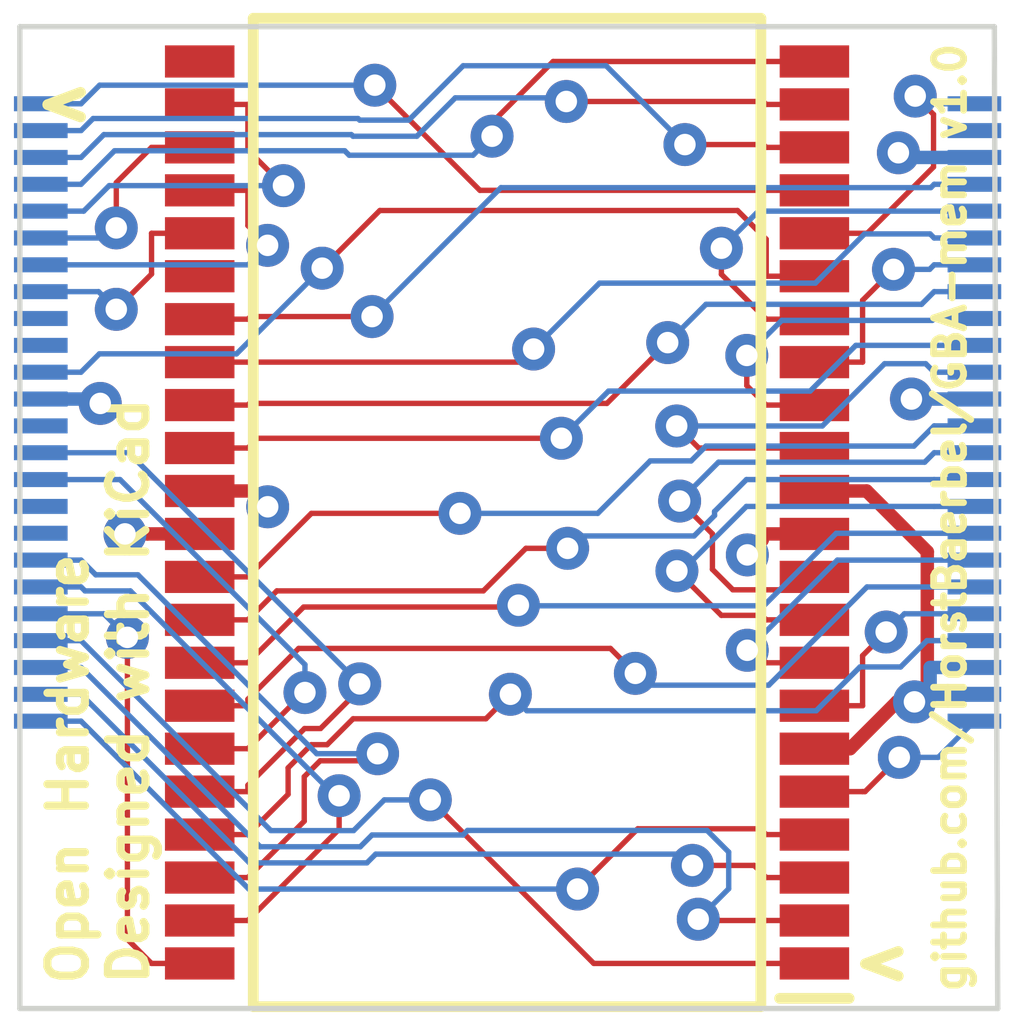
<source format=kicad_pcb>
(kicad_pcb (version 20171130) (host pcbnew 5.1.10)

  (general
    (thickness 1.6)
    (drawings 8)
    (tracks 365)
    (zones 0)
    (modules 2)
    (nets 48)
  )

  (page A4)
  (layers
    (0 Front signal)
    (1 In1.Cu mixed)
    (2 In2.Cu power)
    (31 Back signal)
    (32 B.Adhes user)
    (33 F.Adhes user)
    (34 B.Paste user)
    (35 F.Paste user)
    (36 B.SilkS user)
    (37 F.SilkS user)
    (38 B.Mask user)
    (39 F.Mask user)
    (40 Dwgs.User user)
    (41 Cmts.User user)
    (42 Eco1.User user)
    (43 Eco2.User user)
    (44 Edge.Cuts user)
    (45 Margin user)
    (46 B.CrtYd user)
    (47 F.CrtYd user)
    (48 B.Fab user)
    (49 F.Fab user)
  )

  (setup
    (last_trace_width 0.1)
    (user_trace_width 0.1)
    (user_trace_width 0.25)
    (user_trace_width 0.5)
    (user_trace_width 1)
    (trace_clearance 0.2)
    (zone_clearance 0.508)
    (zone_45_only no)
    (trace_min 0.1)
    (via_size 0.8)
    (via_drill 0.4)
    (via_min_size 0.45)
    (via_min_drill 0.2)
    (user_via 0.45 0.2)
    (user_via 1 0.4)
    (uvia_size 0.3)
    (uvia_drill 0.1)
    (uvias_allowed no)
    (uvia_min_size 0.2)
    (uvia_min_drill 0.1)
    (edge_width 0.1)
    (segment_width 0.1)
    (pcb_text_width 0.3048)
    (pcb_text_size 1.524 1.524)
    (mod_edge_width 0.1)
    (mod_text_size 0.8 0.8)
    (mod_text_width 0.1)
    (pad_size 1.524 1.524)
    (pad_drill 0.762)
    (pad_to_mask_clearance 0)
    (aux_axis_origin 0 0)
    (visible_elements FFFFFFFF)
    (pcbplotparams
      (layerselection 0x010fc_ffffffff)
      (usegerberextensions true)
      (usegerberattributes false)
      (usegerberadvancedattributes false)
      (creategerberjobfile true)
      (excludeedgelayer true)
      (linewidth 0.100000)
      (plotframeref false)
      (viasonmask false)
      (mode 1)
      (useauxorigin false)
      (hpglpennumber 1)
      (hpglpenspeed 20)
      (hpglpendiameter 15.000000)
      (psnegative false)
      (psa4output false)
      (plotreference true)
      (plotvalue true)
      (plotinvisibletext false)
      (padsonsilk false)
      (subtractmaskfromsilk true)
      (outputformat 1)
      (mirror false)
      (drillshape 0)
      (scaleselection 1)
      (outputdirectory "gerbers"))
  )

  (net 0 "")
  (net 1 /D0)
  (net 2 "Net-(IC1-Pad28)")
  (net 3 "Net-(IC1-Pad23)")
  (net 4 "Net-(U1-Pad47)")
  (net 5 "Net-(U1-Pad17)")
  (net 6 "Net-(U1-Pad16)")
  (net 7 "Net-(U1-Pad13)")
  (net 8 "Net-(U1-Pad10)")
  (net 9 "Net-(U1-Pad9)")
  (net 10 /D15)
  (net 11 /D14)
  (net 12 /D13)
  (net 13 /D12)
  (net 14 /D11)
  (net 15 /D10)
  (net 16 /D9)
  (net 17 /D8)
  (net 18 /D7)
  (net 19 /D6)
  (net 20 /D5)
  (net 21 /D4)
  (net 22 /D3)
  (net 23 /D2)
  (net 24 /D1)
  (net 25 /A0)
  (net 26 /A1)
  (net 27 /A2)
  (net 28 /A3)
  (net 29 /A4)
  (net 30 /A5)
  (net 31 /A6)
  (net 32 /A7)
  (net 33 /A8)
  (net 34 /A9)
  (net 35 /A10)
  (net 36 /A11)
  (net 37 /A12)
  (net 38 /A13)
  (net 39 /A14)
  (net 40 /A15)
  (net 41 /A16)
  (net 42 GND)
  (net 43 +3V3)
  (net 44 /OE#)
  (net 45 /UB#)
  (net 46 /LB#)
  (net 47 /WE#)

  (net_class Default "This is the default net class."
    (clearance 0.2)
    (trace_width 0.1)
    (via_dia 0.8)
    (via_drill 0.4)
    (uvia_dia 0.3)
    (uvia_drill 0.1)
    (add_net /A0)
    (add_net /A1)
    (add_net /A10)
    (add_net /A11)
    (add_net /A12)
    (add_net /A13)
    (add_net /A14)
    (add_net /A15)
    (add_net /A16)
    (add_net /A2)
    (add_net /A3)
    (add_net /A4)
    (add_net /A5)
    (add_net /A6)
    (add_net /A7)
    (add_net /A8)
    (add_net /A9)
    (add_net /D0)
    (add_net /D1)
    (add_net /D10)
    (add_net /D11)
    (add_net /D12)
    (add_net /D13)
    (add_net /D14)
    (add_net /D15)
    (add_net /D2)
    (add_net /D3)
    (add_net /D4)
    (add_net /D5)
    (add_net /D6)
    (add_net /D7)
    (add_net /D8)
    (add_net /D9)
    (add_net /LB#)
    (add_net /OE#)
    (add_net /UB#)
    (add_net /WE#)
    (add_net "Net-(IC1-Pad23)")
    (add_net "Net-(IC1-Pad28)")
    (add_net "Net-(U1-Pad10)")
    (add_net "Net-(U1-Pad13)")
    (add_net "Net-(U1-Pad16)")
    (add_net "Net-(U1-Pad17)")
    (add_net "Net-(U1-Pad47)")
    (add_net "Net-(U1-Pad9)")
  )

  (net_class Power ""
    (clearance 0.2)
    (trace_width 0.25)
    (via_dia 0.8)
    (via_drill 0.4)
    (uvia_dia 0.3)
    (uvia_drill 0.1)
    (add_net +3V3)
    (add_net GND)
  )

  (module IS62WV12816EBLL-45TLI:SOP80P1176X120-44N (layer Front) (tedit 0) (tstamp 60CD2F0D)
    (at 162.75 89.693 180)
    (descr 400mil_TSOP_2)
    (tags "Integrated Circuit")
    (path /60CB8233)
    (attr smd)
    (fp_text reference IC1 (at -0.0005 -10.256) (layer F.SilkS) hide
      (effects (font (size 1.27 1.27) (thickness 0.254)))
    )
    (fp_text value IS62WV12816EBLL-45TLI (at 0 -12.288) (layer F.SilkS) hide
      (effects (font (size 1.27 1.27) (thickness 0.254)))
    )
    (fp_line (start -6.625 -9.52) (end 6.625 -9.52) (layer F.CrtYd) (width 0.05))
    (fp_line (start 6.625 -9.52) (end 6.625 9.52) (layer F.CrtYd) (width 0.05))
    (fp_line (start 6.625 9.52) (end -6.625 9.52) (layer F.CrtYd) (width 0.05))
    (fp_line (start -6.625 9.52) (end -6.625 -9.52) (layer F.CrtYd) (width 0.05))
    (fp_line (start -5.08 -9.205) (end 5.08 -9.205) (layer F.Fab) (width 0.1))
    (fp_line (start 5.08 -9.205) (end 5.08 9.205) (layer F.Fab) (width 0.1))
    (fp_line (start 5.08 9.205) (end -5.08 9.205) (layer F.Fab) (width 0.1))
    (fp_line (start -5.08 9.205) (end -5.08 -9.205) (layer F.Fab) (width 0.1))
    (fp_line (start -5.08 -8.405) (end -4.28 -9.205) (layer F.Fab) (width 0.1))
    (fp_line (start -4.73 -9.205) (end 4.73 -9.205) (layer F.SilkS) (width 0.2))
    (fp_line (start 4.73 -9.205) (end 4.73 9.205) (layer F.SilkS) (width 0.2))
    (fp_line (start 4.73 9.205) (end -4.73 9.205) (layer F.SilkS) (width 0.2))
    (fp_line (start -4.73 9.205) (end -4.73 -9.205) (layer F.SilkS) (width 0.2))
    (fp_line (start -6.375 -9.05) (end -5.08 -9.05) (layer F.SilkS) (width 0.2))
    (fp_text user %R (at 0 0) (layer F.Fab) hide
      (effects (font (size 1.27 1.27) (thickness 0.254)))
    )
    (pad 44 smd rect (at 5.728 -8.4 270) (size 0.6 1.295) (layers Front F.Paste F.Mask)
      (net 30 /A5))
    (pad 43 smd rect (at 5.728 -7.6 270) (size 0.6 1.295) (layers Front F.Paste F.Mask)
      (net 31 /A6))
    (pad 42 smd rect (at 5.728 -6.8 270) (size 0.6 1.295) (layers Front F.Paste F.Mask)
      (net 32 /A7))
    (pad 41 smd rect (at 5.728 -6 270) (size 0.6 1.295) (layers Front F.Paste F.Mask)
      (net 44 /OE#))
    (pad 40 smd rect (at 5.728 -5.2 270) (size 0.6 1.295) (layers Front F.Paste F.Mask)
      (net 45 /UB#))
    (pad 39 smd rect (at 5.728 -4.4 270) (size 0.6 1.295) (layers Front F.Paste F.Mask)
      (net 46 /LB#))
    (pad 38 smd rect (at 5.728 -3.6 270) (size 0.6 1.295) (layers Front F.Paste F.Mask)
      (net 17 /D8))
    (pad 37 smd rect (at 5.728 -2.8 270) (size 0.6 1.295) (layers Front F.Paste F.Mask)
      (net 16 /D9))
    (pad 36 smd rect (at 5.728 -2 270) (size 0.6 1.295) (layers Front F.Paste F.Mask)
      (net 15 /D10))
    (pad 35 smd rect (at 5.728 -1.2 270) (size 0.6 1.295) (layers Front F.Paste F.Mask)
      (net 14 /D11))
    (pad 34 smd rect (at 5.728 -0.4 270) (size 0.6 1.295) (layers Front F.Paste F.Mask)
      (net 42 GND))
    (pad 33 smd rect (at 5.728 0.4 270) (size 0.6 1.295) (layers Front F.Paste F.Mask)
      (net 43 +3V3))
    (pad 32 smd rect (at 5.728 1.2 270) (size 0.6 1.295) (layers Front F.Paste F.Mask)
      (net 13 /D12))
    (pad 31 smd rect (at 5.728 2 270) (size 0.6 1.295) (layers Front F.Paste F.Mask)
      (net 12 /D13))
    (pad 30 smd rect (at 5.728 2.8 270) (size 0.6 1.295) (layers Front F.Paste F.Mask)
      (net 11 /D14))
    (pad 29 smd rect (at 5.728 3.6 270) (size 0.6 1.295) (layers Front F.Paste F.Mask)
      (net 10 /D15))
    (pad 28 smd rect (at 5.728 4.4 270) (size 0.6 1.295) (layers Front F.Paste F.Mask)
      (net 2 "Net-(IC1-Pad28)"))
    (pad 27 smd rect (at 5.728 5.2 270) (size 0.6 1.295) (layers Front F.Paste F.Mask)
      (net 33 /A8))
    (pad 26 smd rect (at 5.728 6 270) (size 0.6 1.295) (layers Front F.Paste F.Mask)
      (net 34 /A9))
    (pad 25 smd rect (at 5.728 6.8 270) (size 0.6 1.295) (layers Front F.Paste F.Mask)
      (net 35 /A10))
    (pad 24 smd rect (at 5.728 7.6 270) (size 0.6 1.295) (layers Front F.Paste F.Mask)
      (net 36 /A11))
    (pad 23 smd rect (at 5.728 8.4 270) (size 0.6 1.295) (layers Front F.Paste F.Mask)
      (net 3 "Net-(IC1-Pad23)"))
    (pad 22 smd rect (at -5.728 8.4 270) (size 0.6 1.295) (layers Front F.Paste F.Mask)
      (net 37 /A12))
    (pad 21 smd rect (at -5.728 7.6 270) (size 0.6 1.295) (layers Front F.Paste F.Mask)
      (net 38 /A13))
    (pad 20 smd rect (at -5.728 6.8 270) (size 0.6 1.295) (layers Front F.Paste F.Mask)
      (net 39 /A14))
    (pad 19 smd rect (at -5.728 6 270) (size 0.6 1.295) (layers Front F.Paste F.Mask)
      (net 40 /A15))
    (pad 18 smd rect (at -5.728 5.2 270) (size 0.6 1.295) (layers Front F.Paste F.Mask)
      (net 41 /A16))
    (pad 17 smd rect (at -5.728 4.4 270) (size 0.6 1.295) (layers Front F.Paste F.Mask)
      (net 47 /WE#))
    (pad 16 smd rect (at -5.728 3.6 270) (size 0.6 1.295) (layers Front F.Paste F.Mask)
      (net 18 /D7))
    (pad 15 smd rect (at -5.728 2.8 270) (size 0.6 1.295) (layers Front F.Paste F.Mask)
      (net 19 /D6))
    (pad 14 smd rect (at -5.728 2 270) (size 0.6 1.295) (layers Front F.Paste F.Mask)
      (net 20 /D5))
    (pad 13 smd rect (at -5.728 1.2 270) (size 0.6 1.295) (layers Front F.Paste F.Mask)
      (net 21 /D4))
    (pad 12 smd rect (at -5.728 0.4 270) (size 0.6 1.295) (layers Front F.Paste F.Mask)
      (net 42 GND))
    (pad 11 smd rect (at -5.728 -0.4 270) (size 0.6 1.295) (layers Front F.Paste F.Mask)
      (net 43 +3V3))
    (pad 10 smd rect (at -5.728 -1.2 270) (size 0.6 1.295) (layers Front F.Paste F.Mask)
      (net 22 /D3))
    (pad 9 smd rect (at -5.728 -2 270) (size 0.6 1.295) (layers Front F.Paste F.Mask)
      (net 23 /D2))
    (pad 8 smd rect (at -5.728 -2.8 270) (size 0.6 1.295) (layers Front F.Paste F.Mask)
      (net 24 /D1))
    (pad 7 smd rect (at -5.728 -3.6 270) (size 0.6 1.295) (layers Front F.Paste F.Mask)
      (net 1 /D0))
    (pad 6 smd rect (at -5.728 -4.4 270) (size 0.6 1.295) (layers Front F.Paste F.Mask)
      (net 42 GND))
    (pad 5 smd rect (at -5.728 -5.2 270) (size 0.6 1.295) (layers Front F.Paste F.Mask)
      (net 25 /A0))
    (pad 4 smd rect (at -5.728 -6 270) (size 0.6 1.295) (layers Front F.Paste F.Mask)
      (net 26 /A1))
    (pad 3 smd rect (at -5.728 -6.8 270) (size 0.6 1.295) (layers Front F.Paste F.Mask)
      (net 27 /A2))
    (pad 2 smd rect (at -5.728 -7.6 270) (size 0.6 1.295) (layers Front F.Paste F.Mask)
      (net 28 /A3))
    (pad 1 smd rect (at -5.728 -8.4 270) (size 0.6 1.295) (layers Front F.Paste F.Mask)
      (net 29 /A4))
    (model IS62WV12816EBLL-45TLI.stp
      (at (xyz 0 0 0))
      (scale (xyz 1 1 1))
      (rotate (xyz 0 0 0))
    )
  )

  (module HY62LF16206A-LT12C:HY62LF16206A-LT12C_TSOP-I-48_12x18mm_Flip (layer Back) (tedit 60CCC328) (tstamp 60CC92F8)
    (at 162.56 87.8205)
    (path /60CB9F62)
    (attr smd)
    (fp_text reference U1 (at 0 12.1285) (layer B.SilkS) hide
      (effects (font (size 1 1) (thickness 0.15)) (justify mirror))
    )
    (fp_text value HY62LF16206A-LT12C (at 0 0) (layer B.Fab)
      (effects (font (size 0.8 0.8) (thickness 0.125)) (justify mirror))
    )
    (fp_line (start 9.6 6.3) (end 9.6 -6.3) (layer B.CrtYd) (width 0.12))
    (fp_line (start 9.6 -6.3) (end -9.2 -6.3) (layer B.CrtYd) (width 0.12))
    (fp_line (start -9.2 -6.3) (end -9.2 6.3) (layer B.CrtYd) (width 0.12))
    (fp_line (start -9.2 6.3) (end 9.6 6.3) (layer B.CrtYd) (width 0.12))
    (fp_line (start 8.4 -6.1) (end 8.4 6.1) (layer B.Fab) (width 0.12))
    (fp_line (start 8.4 6.1) (end -8 6.1) (layer B.Fab) (width 0.12))
    (fp_line (start -8 6.1) (end -8 -6.1) (layer B.Fab) (width 0.12))
    (fp_line (start -8 -6.1) (end 8.4 -6.1) (layer B.Fab) (width 0.12))
    (fp_text user "Flipped / Breakout" (at 0 5.3) (layer B.CrtYd)
      (effects (font (size 0.7 0.7) (thickness 0.125)) (justify mirror))
    )
    (fp_text user "TSOP-I-48 12x18mm" (at 0 -5.5) (layer B.Fab)
      (effects (font (size 0.8 0.8) (thickness 0.125)) (justify mirror))
    )
    (pad 48 smd rect (at 8.9 -5.74) (size 1 0.28) (layers Back B.Paste B.Mask)
      (net 41 /A16))
    (pad 47 smd rect (at 8.9 -5.24) (size 1 0.28) (layers Back B.Paste B.Mask)
      (net 4 "Net-(U1-Pad47)"))
    (pad 46 smd rect (at 8.9 -4.74) (size 1 0.28) (layers Back B.Paste B.Mask)
      (net 42 GND))
    (pad 45 smd rect (at 8.9 -4.24) (size 1 0.28) (layers Back B.Paste B.Mask)
      (net 10 /D15))
    (pad 44 smd rect (at 8.9 -3.74) (size 1 0.28) (layers Back B.Paste B.Mask)
      (net 18 /D7))
    (pad 43 smd rect (at 8.9 -3.24) (size 1 0.28) (layers Back B.Paste B.Mask)
      (net 11 /D14))
    (pad 42 smd rect (at 8.9 -2.74) (size 1 0.28) (layers Back B.Paste B.Mask)
      (net 19 /D6))
    (pad 41 smd rect (at 8.9 -2.24) (size 1 0.28) (layers Back B.Paste B.Mask)
      (net 12 /D13))
    (pad 40 smd rect (at 8.9 -1.74) (size 1 0.28) (layers Back B.Paste B.Mask)
      (net 20 /D5))
    (pad 39 smd rect (at 8.9 -1.24) (size 1 0.28) (layers Back B.Paste B.Mask)
      (net 13 /D12))
    (pad 38 smd rect (at 8.9 -0.74) (size 1 0.28) (layers Back B.Paste B.Mask)
      (net 21 /D4))
    (pad 37 smd rect (at 8.9 -0.24) (size 1 0.28) (layers Back B.Paste B.Mask)
      (net 43 +3V3))
    (pad 36 smd rect (at 8.9 0.26) (size 1 0.28) (layers Back B.Paste B.Mask)
      (net 14 /D11))
    (pad 35 smd rect (at 8.9 0.76) (size 1 0.28) (layers Back B.Paste B.Mask)
      (net 22 /D3))
    (pad 34 smd rect (at 8.9 1.26) (size 1 0.28) (layers Back B.Paste B.Mask)
      (net 15 /D10))
    (pad 33 smd rect (at 8.9 1.76) (size 1 0.28) (layers Back B.Paste B.Mask)
      (net 23 /D2))
    (pad 32 smd rect (at 8.9 2.26) (size 1 0.28) (layers Back B.Paste B.Mask)
      (net 16 /D9))
    (pad 31 smd rect (at 8.9 2.76) (size 1 0.28) (layers Back B.Paste B.Mask)
      (net 24 /D1))
    (pad 30 smd rect (at 8.9 3.26) (size 1 0.28) (layers Back B.Paste B.Mask)
      (net 17 /D8))
    (pad 29 smd rect (at 8.9 3.76) (size 1 0.28) (layers Back B.Paste B.Mask)
      (net 1 /D0))
    (pad 28 smd rect (at 8.9 4.26) (size 1 0.28) (layers Back B.Paste B.Mask)
      (net 44 /OE#))
    (pad 27 smd rect (at 8.9 4.76) (size 1 0.28) (layers Back B.Paste B.Mask)
      (net 42 GND))
    (pad 26 smd rect (at 8.9 5.26) (size 1 0.28) (layers Back B.Paste B.Mask)
      (net 42 GND))
    (pad 25 smd rect (at 8.9 5.76) (size 1 0.28) (layers Back B.Paste B.Mask)
      (net 25 /A0))
    (pad 24 smd rect (at -8.5 5.76) (size 1 0.28) (layers Back B.Paste B.Mask)
      (net 26 /A1))
    (pad 23 smd rect (at -8.5 5.26) (size 1 0.28) (layers Back B.Paste B.Mask)
      (net 27 /A2))
    (pad 22 smd rect (at -8.5 4.76) (size 1 0.28) (layers Back B.Paste B.Mask)
      (net 28 /A3))
    (pad 21 smd rect (at -8.5 4.26) (size 1 0.28) (layers Back B.Paste B.Mask)
      (net 29 /A4))
    (pad 20 smd rect (at -8.5 3.76) (size 1 0.28) (layers Back B.Paste B.Mask)
      (net 30 /A5))
    (pad 19 smd rect (at -8.5 3.26) (size 1 0.28) (layers Back B.Paste B.Mask)
      (net 31 /A6))
    (pad 18 smd rect (at -8.5 2.76) (size 1 0.28) (layers Back B.Paste B.Mask)
      (net 32 /A7))
    (pad 17 smd rect (at -8.5 2.26) (size 1 0.28) (layers Back B.Paste B.Mask)
      (net 5 "Net-(U1-Pad17)"))
    (pad 16 smd rect (at -8.5 1.76) (size 1 0.28) (layers Back B.Paste B.Mask)
      (net 6 "Net-(U1-Pad16)"))
    (pad 15 smd rect (at -8.5 1.26) (size 1 0.28) (layers Back B.Paste B.Mask)
      (net 46 /LB#))
    (pad 14 smd rect (at -8.5 0.76) (size 1 0.28) (layers Back B.Paste B.Mask)
      (net 45 /UB#))
    (pad 13 smd rect (at -8.5 0.26) (size 1 0.28) (layers Back B.Paste B.Mask)
      (net 7 "Net-(U1-Pad13)"))
    (pad 12 smd rect (at -8.5 -0.24) (size 1 0.28) (layers Back B.Paste B.Mask)
      (net 43 +3V3))
    (pad 11 smd rect (at -8.5 -0.74) (size 1 0.28) (layers Back B.Paste B.Mask)
      (net 47 /WE#))
    (pad 10 smd rect (at -8.5 -1.24) (size 1 0.28) (layers Back B.Paste B.Mask)
      (net 8 "Net-(U1-Pad10)"))
    (pad 9 smd rect (at -8.5 -1.74) (size 1 0.28) (layers Back B.Paste B.Mask)
      (net 9 "Net-(U1-Pad9)"))
    (pad 8 smd rect (at -8.5 -2.24) (size 1 0.28) (layers Back B.Paste B.Mask)
      (net 33 /A8))
    (pad 7 smd rect (at -8.5 -2.74) (size 1 0.28) (layers Back B.Paste B.Mask)
      (net 34 /A9))
    (pad 6 smd rect (at -8.5 -3.24) (size 1 0.28) (layers Back B.Paste B.Mask)
      (net 35 /A10))
    (pad 5 smd rect (at -8.5 -3.74) (size 1 0.28) (layers Back B.Paste B.Mask)
      (net 36 /A11))
    (pad 4 smd rect (at -8.5 -4.24) (size 1 0.28) (layers Back B.Paste B.Mask)
      (net 37 /A12))
    (pad 3 smd rect (at -8.5 -4.74) (size 1 0.28) (layers Back B.Paste B.Mask)
      (net 38 /A13))
    (pad 2 smd rect (at -8.5 -5.24) (size 1 0.28) (layers Back B.Paste B.Mask)
      (net 39 /A14))
    (pad 1 smd rect (at -8.5 -5.74) (size 1 0.28) (layers Back B.Paste B.Mask)
      (net 40 /A15))
  )

  (gr_line (start 171.8945 98.933) (end 153.67 98.933) (layer Edge.Cuts) (width 0.1))
  (gr_line (start 153.67 98.933) (end 153.67 80.645) (layer Edge.Cuts) (width 0.1) (tstamp 60CC21D6))
  (gr_line (start 153.67 80.645) (end 171.831 80.645) (layer Edge.Cuts) (width 0.1))
  (gr_line (start 171.831 80.645) (end 171.8945 98.933) (layer Edge.Cuts) (width 0.1) (tstamp 60CC8036))
  (gr_text "Open Hardware\nDesigned with KiCad" (at 155.1305 98.552 90) (layer F.SilkS) (tstamp 60CD33CD)
    (effects (font (size 0.7 0.7) (thickness 0.15)) (justify left))
  )
  (gr_text < (at 154.4955 82.042) (layer F.SilkS)
    (effects (font (size 0.8 0.8) (thickness 0.2)))
  )
  (gr_text < (at 169.7355 98.044) (layer F.SilkS)
    (effects (font (size 0.8 0.8) (thickness 0.2)))
  )
  (gr_text "github.com/HorstBaerbel/GBA-mem v1.0" (at 171.0055 89.789 90) (layer F.SilkS) (tstamp 60CD33C6)
    (effects (font (size 0.56 0.56) (thickness 0.125)))
  )

  (segment (start 169.3758 93.293) (end 169.3758 92.36) (width 0.1) (layer Front) (net 1))
  (segment (start 169.3758 92.36) (end 169.8155 91.9203) (width 0.1) (layer Front) (net 1))
  (segment (start 171.46 91.5805) (end 170.1553 91.5805) (width 0.1) (layer Back) (net 1))
  (segment (start 170.1553 91.5805) (end 169.8155 91.9203) (width 0.1) (layer Back) (net 1))
  (segment (start 168.478 93.293) (end 169.3758 93.293) (width 0.1) (layer Front) (net 1))
  (via (at 169.8155 91.9203) (size 0.8) (layers Front Back) (net 1))
  (segment (start 171.46 83.5805) (end 170.7097 83.5805) (width 0.1) (layer Back) (net 10))
  (segment (start 157.022 86.093) (end 157.9198 86.093) (width 0.1) (layer Front) (net 10))
  (segment (start 160.2342 86.0442) (end 157.9686 86.0442) (width 0.1) (layer Front) (net 10))
  (segment (start 157.9686 86.0442) (end 157.9198 86.093) (width 0.1) (layer Front) (net 10))
  (segment (start 170.7097 83.5805) (end 170.6469 83.6433) (width 0.1) (layer Back) (net 10))
  (segment (start 170.6469 83.6433) (end 162.6351 83.6433) (width 0.1) (layer Back) (net 10))
  (segment (start 162.6351 83.6433) (end 160.2342 86.0442) (width 0.1) (layer Back) (net 10))
  (via (at 160.2342 86.0442) (size 0.8) (layers Front Back) (net 10))
  (segment (start 163.2448 86.6491) (end 164.4726 85.4213) (width 0.1) (layer Back) (net 11))
  (segment (start 164.4726 85.4213) (end 168.4955 85.4213) (width 0.1) (layer Back) (net 11))
  (segment (start 168.4955 85.4213) (end 169.412 84.5048) (width 0.1) (layer Back) (net 11))
  (segment (start 169.412 84.5048) (end 170.634 84.5048) (width 0.1) (layer Back) (net 11))
  (segment (start 170.634 84.5048) (end 170.7097 84.5805) (width 0.1) (layer Back) (net 11))
  (segment (start 163.2448 86.6491) (end 163.0009 86.893) (width 0.1) (layer Front) (net 11))
  (segment (start 163.0009 86.893) (end 157.9198 86.893) (width 0.1) (layer Front) (net 11))
  (segment (start 157.022 86.893) (end 157.9198 86.893) (width 0.1) (layer Front) (net 11))
  (segment (start 171.46 84.5805) (end 170.7097 84.5805) (width 0.1) (layer Back) (net 11))
  (via (at 163.2448 86.6491) (size 0.8) (layers Front Back) (net 11))
  (segment (start 165.7437 86.5294) (end 166.4575 85.8156) (width 0.1) (layer Back) (net 12))
  (segment (start 166.4575 85.8156) (end 170.4746 85.8156) (width 0.1) (layer Back) (net 12))
  (segment (start 170.4746 85.8156) (end 170.7097 85.5805) (width 0.1) (layer Back) (net 12))
  (segment (start 165.7437 86.5294) (end 164.612 87.6611) (width 0.1) (layer Front) (net 12))
  (segment (start 164.612 87.6611) (end 157.9517 87.6611) (width 0.1) (layer Front) (net 12))
  (segment (start 157.9517 87.6611) (end 157.9198 87.693) (width 0.1) (layer Front) (net 12))
  (segment (start 157.022 87.693) (end 157.9198 87.693) (width 0.1) (layer Front) (net 12))
  (segment (start 171.46 85.5805) (end 170.7097 85.5805) (width 0.1) (layer Back) (net 12))
  (via (at 165.7437 86.5294) (size 0.8) (layers Front Back) (net 12))
  (segment (start 163.7618 88.3114) (end 164.6412 87.432) (width 0.1) (layer Back) (net 13))
  (segment (start 164.6412 87.432) (end 168.3987 87.432) (width 0.1) (layer Back) (net 13))
  (segment (start 168.3987 87.432) (end 169.2502 86.5805) (width 0.1) (layer Back) (net 13))
  (segment (start 169.2502 86.5805) (end 170.7097 86.5805) (width 0.1) (layer Back) (net 13))
  (segment (start 171.46 86.5805) (end 170.7097 86.5805) (width 0.1) (layer Back) (net 13))
  (segment (start 157.022 88.493) (end 157.9198 88.493) (width 0.1) (layer Front) (net 13))
  (segment (start 163.7618 88.3114) (end 158.1014 88.3114) (width 0.1) (layer Front) (net 13))
  (segment (start 158.1014 88.3114) (end 157.9198 88.493) (width 0.1) (layer Front) (net 13))
  (via (at 163.7618 88.3114) (size 0.8) (layers Front Back) (net 13))
  (segment (start 161.8723 89.7095) (end 164.4411 89.7095) (width 0.1) (layer Back) (net 14))
  (segment (start 164.4411 89.7095) (end 165.418 88.7326) (width 0.1) (layer Back) (net 14))
  (segment (start 165.418 88.7326) (end 166.181 88.7326) (width 0.1) (layer Back) (net 14))
  (segment (start 166.181 88.7326) (end 166.4571 88.4565) (width 0.1) (layer Back) (net 14))
  (segment (start 166.4571 88.4565) (end 170.3337 88.4565) (width 0.1) (layer Back) (net 14))
  (segment (start 170.3337 88.4565) (end 170.7097 88.0805) (width 0.1) (layer Back) (net 14))
  (segment (start 157.9198 90.893) (end 159.1033 89.7095) (width 0.1) (layer Front) (net 14))
  (segment (start 159.1033 89.7095) (end 161.8723 89.7095) (width 0.1) (layer Front) (net 14))
  (segment (start 157.022 90.893) (end 157.9198 90.893) (width 0.1) (layer Front) (net 14))
  (segment (start 171.46 88.0805) (end 170.7097 88.0805) (width 0.1) (layer Back) (net 14))
  (via (at 161.8723 89.7095) (size 0.8) (layers Front Back) (net 14))
  (segment (start 163.8788 90.3612) (end 164.1092 90.1308) (width 0.1) (layer Back) (net 15))
  (segment (start 164.1092 90.1308) (end 166.2358 90.1308) (width 0.1) (layer Back) (net 15))
  (segment (start 166.2358 90.1308) (end 166.6167 89.7499) (width 0.1) (layer Back) (net 15))
  (segment (start 166.6167 89.7499) (end 166.6167 89.6749) (width 0.1) (layer Back) (net 15))
  (segment (start 166.6167 89.6749) (end 167.2111 89.0805) (width 0.1) (layer Back) (net 15))
  (segment (start 167.2111 89.0805) (end 170.7097 89.0805) (width 0.1) (layer Back) (net 15))
  (segment (start 163.8788 90.3612) (end 163.1008 90.3612) (width 0.1) (layer Front) (net 15))
  (segment (start 163.1008 90.3612) (end 162.3083 91.1537) (width 0.1) (layer Front) (net 15))
  (segment (start 162.3083 91.1537) (end 162.3083 91.1538) (width 0.1) (layer Front) (net 15))
  (segment (start 162.3083 91.1538) (end 158.459 91.1538) (width 0.1) (layer Front) (net 15))
  (segment (start 158.459 91.1538) (end 157.9198 91.693) (width 0.1) (layer Front) (net 15))
  (segment (start 157.022 91.693) (end 157.9198 91.693) (width 0.1) (layer Front) (net 15))
  (segment (start 171.46 89.0805) (end 170.7097 89.0805) (width 0.1) (layer Back) (net 15))
  (via (at 163.8788 90.3612) (size 0.8) (layers Front Back) (net 15))
  (segment (start 162.9608 91.4208) (end 162.9715 91.4315) (width 0.1) (layer Back) (net 16))
  (segment (start 162.9715 91.4315) (end 167.5337 91.4315) (width 0.1) (layer Back) (net 16))
  (segment (start 167.5337 91.4315) (end 168.8847 90.0805) (width 0.1) (layer Back) (net 16))
  (segment (start 168.8847 90.0805) (end 171.46 90.0805) (width 0.1) (layer Back) (net 16))
  (segment (start 157.022 92.493) (end 157.9198 92.493) (width 0.1) (layer Front) (net 16))
  (segment (start 162.9608 91.4208) (end 162.9274 91.4542) (width 0.1) (layer Front) (net 16))
  (segment (start 162.9274 91.4542) (end 158.9586 91.4542) (width 0.1) (layer Front) (net 16))
  (segment (start 158.9586 91.4542) (end 157.9198 92.493) (width 0.1) (layer Front) (net 16))
  (via (at 162.9608 91.4208) (size 0.8) (layers Front Back) (net 16))
  (segment (start 157.9198 93.293) (end 157.9198 93.1715) (width 0.1) (layer Front) (net 17))
  (segment (start 157.9198 93.1715) (end 158.8655 92.2258) (width 0.1) (layer Front) (net 17))
  (segment (start 158.8655 92.2258) (end 164.6764 92.2258) (width 0.1) (layer Front) (net 17))
  (segment (start 164.6764 92.2258) (end 165.1406 92.69) (width 0.1) (layer Front) (net 17))
  (segment (start 165.1406 92.69) (end 165.3606 92.91) (width 0.1) (layer Back) (net 17))
  (segment (start 165.3606 92.91) (end 167.628 92.91) (width 0.1) (layer Back) (net 17))
  (segment (start 167.628 92.91) (end 169.4575 91.0805) (width 0.1) (layer Back) (net 17))
  (segment (start 169.4575 91.0805) (end 170.7097 91.0805) (width 0.1) (layer Back) (net 17))
  (segment (start 157.022 93.293) (end 157.9198 93.293) (width 0.1) (layer Front) (net 17))
  (segment (start 171.46 91.0805) (end 170.7097 91.0805) (width 0.1) (layer Back) (net 17))
  (via (at 165.1406 92.69) (size 0.8) (layers Front Back) (net 17))
  (segment (start 168.478 86.093) (end 167.5802 86.093) (width 0.1) (layer Front) (net 18))
  (segment (start 166.7443 84.771) (end 166.7443 85.2571) (width 0.1) (layer Front) (net 18))
  (segment (start 166.7443 85.2571) (end 167.5802 86.093) (width 0.1) (layer Front) (net 18))
  (segment (start 171.46 84.0805) (end 167.4348 84.0805) (width 0.1) (layer Back) (net 18))
  (segment (start 167.4348 84.0805) (end 166.7443 84.771) (width 0.1) (layer Back) (net 18))
  (via (at 166.7443 84.771) (size 0.8) (layers Front Back) (net 18))
  (segment (start 171.46 85.0805) (end 170.7097 85.0805) (width 0.1) (layer Back) (net 19))
  (segment (start 168.478 86.893) (end 169.3758 86.893) (width 0.1) (layer Front) (net 19))
  (segment (start 169.9518 85.1653) (end 170.6249 85.1653) (width 0.1) (layer Back) (net 19))
  (segment (start 170.6249 85.1653) (end 170.7097 85.0805) (width 0.1) (layer Back) (net 19))
  (segment (start 169.3758 86.893) (end 169.3758 85.7413) (width 0.1) (layer Front) (net 19))
  (segment (start 169.3758 85.7413) (end 169.9518 85.1653) (width 0.1) (layer Front) (net 19))
  (via (at 169.9518 85.1653) (size 0.8) (layers Front Back) (net 19))
  (segment (start 171.46 86.0805) (end 170.7097 86.0805) (width 0.1) (layer Back) (net 20))
  (segment (start 168.478 87.693) (end 167.5802 87.693) (width 0.1) (layer Front) (net 20))
  (segment (start 167.2174 86.768) (end 167.2174 87.3302) (width 0.1) (layer Front) (net 20))
  (segment (start 167.2174 87.3302) (end 167.5802 87.693) (width 0.1) (layer Front) (net 20))
  (segment (start 170.7097 86.0805) (end 170.6742 86.116) (width 0.1) (layer Back) (net 20))
  (segment (start 170.6742 86.116) (end 167.8694 86.116) (width 0.1) (layer Back) (net 20))
  (segment (start 167.8694 86.116) (end 167.2174 86.768) (width 0.1) (layer Back) (net 20))
  (via (at 167.2174 86.768) (size 0.8) (layers Front Back) (net 20))
  (segment (start 170.7097 87.0805) (end 170.5515 86.9223) (width 0.1) (layer Back) (net 21))
  (segment (start 170.5515 86.9223) (end 169.786 86.9223) (width 0.1) (layer Back) (net 21))
  (segment (start 169.786 86.9223) (end 168.626 88.0823) (width 0.1) (layer Back) (net 21))
  (segment (start 168.626 88.0823) (end 165.9115 88.0823) (width 0.1) (layer Back) (net 21))
  (segment (start 171.46 87.0805) (end 170.7097 87.0805) (width 0.1) (layer Back) (net 21))
  (segment (start 168.478 88.493) (end 166.3222 88.493) (width 0.1) (layer Front) (net 21))
  (segment (start 166.3222 88.493) (end 165.9115 88.0823) (width 0.1) (layer Front) (net 21))
  (via (at 165.9115 88.0823) (size 0.8) (layers Front Back) (net 21))
  (segment (start 165.9664 89.4805) (end 166.6901 88.7568) (width 0.1) (layer Back) (net 22))
  (segment (start 166.6901 88.7568) (end 170.5334 88.7568) (width 0.1) (layer Back) (net 22))
  (segment (start 170.5334 88.7568) (end 170.7097 88.5805) (width 0.1) (layer Back) (net 22))
  (segment (start 171.46 88.5805) (end 170.7097 88.5805) (width 0.1) (layer Back) (net 22))
  (segment (start 168.478 90.893) (end 168.2372 91.1338) (width 0.1) (layer Front) (net 22))
  (segment (start 168.2372 91.1338) (end 166.9583 91.1338) (width 0.1) (layer Front) (net 22))
  (segment (start 166.9583 91.1338) (end 166.5772 90.7527) (width 0.1) (layer Front) (net 22))
  (segment (start 166.5772 90.7527) (end 166.5772 90.0913) (width 0.1) (layer Front) (net 22))
  (segment (start 166.5772 90.0913) (end 165.9664 89.4805) (width 0.1) (layer Front) (net 22))
  (via (at 165.9664 89.4805) (size 0.8) (layers Front Back) (net 22))
  (segment (start 167.5802 91.693) (end 167.4966 91.6094) (width 0.1) (layer Front) (net 23))
  (segment (start 167.4966 91.6094) (end 166.7433 91.6094) (width 0.1) (layer Front) (net 23))
  (segment (start 166.7433 91.6094) (end 165.9151 90.7812) (width 0.1) (layer Front) (net 23))
  (segment (start 165.9151 90.7812) (end 166.0101 90.7812) (width 0.1) (layer Back) (net 23))
  (segment (start 166.0101 90.7812) (end 167.2107 89.5806) (width 0.1) (layer Back) (net 23))
  (segment (start 167.2107 89.5806) (end 167.2107 89.5805) (width 0.1) (layer Back) (net 23))
  (segment (start 167.2107 89.5805) (end 170.7097 89.5805) (width 0.1) (layer Back) (net 23))
  (segment (start 168.478 91.693) (end 167.5802 91.693) (width 0.1) (layer Front) (net 23))
  (segment (start 171.46 89.5805) (end 170.7097 89.5805) (width 0.1) (layer Back) (net 23))
  (via (at 165.9151 90.7812) (size 0.8) (layers Front Back) (net 23))
  (segment (start 167.2261 92.2597) (end 167.3469 92.2597) (width 0.1) (layer Front) (net 24))
  (segment (start 167.3469 92.2597) (end 167.5802 92.493) (width 0.1) (layer Front) (net 24))
  (segment (start 171.46 90.5805) (end 168.9053 90.5805) (width 0.1) (layer Back) (net 24))
  (segment (start 168.9053 90.5805) (end 167.2261 92.2597) (width 0.1) (layer Back) (net 24))
  (segment (start 168.478 92.493) (end 167.5802 92.493) (width 0.1) (layer Front) (net 24))
  (via (at 167.2261 92.2597) (size 0.8) (layers Front Back) (net 24))
  (segment (start 169.3758 94.893) (end 169.4216 94.893) (width 0.1) (layer Front) (net 25))
  (segment (start 169.4216 94.893) (end 170.0597 94.2549) (width 0.1) (layer Front) (net 25))
  (segment (start 171.46 93.5805) (end 170.7857 94.2548) (width 0.1) (layer Back) (net 25))
  (segment (start 170.7857 94.2548) (end 170.0597 94.2548) (width 0.1) (layer Back) (net 25))
  (segment (start 170.0597 94.2548) (end 170.0597 94.2549) (width 0.1) (layer Back) (net 25))
  (segment (start 168.478 94.893) (end 169.3758 94.893) (width 0.1) (layer Front) (net 25))
  (via (at 170.0597 94.2549) (size 0.8) (layers Front Back) (net 25))
  (segment (start 168.478 95.693) (end 167.5802 95.693) (width 0.1) (layer Front) (net 26))
  (segment (start 167.5802 95.693) (end 167.472 95.5848) (width 0.1) (layer Front) (net 26))
  (segment (start 167.472 95.5848) (end 165.1856 95.5848) (width 0.1) (layer Front) (net 26))
  (segment (start 165.1856 95.5848) (end 164.0631 96.7073) (width 0.1) (layer Front) (net 26))
  (segment (start 154.8103 93.5805) (end 157.9371 96.7073) (width 0.1) (layer Back) (net 26))
  (segment (start 157.9371 96.7073) (end 164.0631 96.7073) (width 0.1) (layer Back) (net 26))
  (segment (start 154.06 93.5805) (end 154.8103 93.5805) (width 0.1) (layer Back) (net 26))
  (via (at 164.0631 96.7073) (size 0.8) (layers Front Back) (net 26))
  (segment (start 154.8103 93.0805) (end 157.9496 96.2198) (width 0.1) (layer Back) (net 27))
  (segment (start 157.9496 96.2198) (end 160.1384 96.2198) (width 0.1) (layer Back) (net 27))
  (segment (start 160.1384 96.2198) (end 160.3014 96.0568) (width 0.1) (layer Back) (net 27))
  (segment (start 160.3014 96.0568) (end 165.9945 96.0568) (width 0.1) (layer Back) (net 27))
  (segment (start 165.9945 96.0568) (end 166.2048 96.2671) (width 0.1) (layer Back) (net 27))
  (segment (start 154.06 93.0805) (end 154.8103 93.0805) (width 0.1) (layer Back) (net 27))
  (segment (start 168.478 96.493) (end 167.5802 96.493) (width 0.1) (layer Front) (net 27))
  (segment (start 166.2048 96.2671) (end 167.3543 96.2671) (width 0.1) (layer Front) (net 27))
  (segment (start 167.3543 96.2671) (end 167.5802 96.493) (width 0.1) (layer Front) (net 27))
  (via (at 166.2048 96.2671) (size 0.8) (layers Front Back) (net 27))
  (segment (start 154.8103 92.5805) (end 158.1493 95.9195) (width 0.1) (layer Back) (net 28))
  (segment (start 158.1493 95.9195) (end 160.014 95.9195) (width 0.1) (layer Back) (net 28))
  (segment (start 160.014 95.9195) (end 160.233 95.7005) (width 0.1) (layer Back) (net 28))
  (segment (start 160.233 95.7005) (end 161.929 95.7005) (width 0.1) (layer Back) (net 28))
  (segment (start 161.929 95.7005) (end 162.0147 95.6148) (width 0.1) (layer Back) (net 28))
  (segment (start 162.0147 95.6148) (end 166.4766 95.6148) (width 0.1) (layer Back) (net 28))
  (segment (start 166.4766 95.6148) (end 166.8808 96.019) (width 0.1) (layer Back) (net 28))
  (segment (start 166.8808 96.019) (end 166.8808 96.7013) (width 0.1) (layer Back) (net 28))
  (segment (start 166.8808 96.7013) (end 166.3126 97.2695) (width 0.1) (layer Back) (net 28))
  (segment (start 154.06 92.5805) (end 154.8103 92.5805) (width 0.1) (layer Back) (net 28))
  (segment (start 167.5802 97.293) (end 166.3361 97.293) (width 0.1) (layer Front) (net 28))
  (segment (start 166.3361 97.293) (end 166.3126 97.2695) (width 0.1) (layer Front) (net 28))
  (segment (start 168.478 97.293) (end 167.5802 97.293) (width 0.1) (layer Front) (net 28))
  (via (at 166.3126 97.2695) (size 0.8) (layers Front Back) (net 28))
  (segment (start 154.8103 92.0805) (end 158.349 95.6192) (width 0.1) (layer Back) (net 29))
  (segment (start 158.349 95.6192) (end 159.8896 95.6192) (width 0.1) (layer Back) (net 29))
  (segment (start 159.8896 95.6192) (end 160.462 95.0468) (width 0.1) (layer Back) (net 29))
  (segment (start 160.462 95.0468) (end 161.3196 95.0468) (width 0.1) (layer Back) (net 29))
  (segment (start 154.06 92.0805) (end 154.8103 92.0805) (width 0.1) (layer Back) (net 29))
  (segment (start 168.478 98.093) (end 164.3658 98.093) (width 0.1) (layer Front) (net 29))
  (segment (start 164.3658 98.093) (end 161.3196 95.0468) (width 0.1) (layer Front) (net 29))
  (via (at 161.3196 95.0468) (size 0.8) (layers Front Back) (net 29))
  (segment (start 157.022 98.093) (end 156.1242 98.093) (width 0.1) (layer Front) (net 30))
  (segment (start 155.6741 92.019) (end 155.6741 97.6429) (width 0.1) (layer Front) (net 30))
  (segment (start 155.6741 97.6429) (end 156.1242 98.093) (width 0.1) (layer Front) (net 30))
  (segment (start 154.06 91.5805) (end 155.2356 91.5805) (width 0.1) (layer Back) (net 30))
  (segment (start 155.2356 91.5805) (end 155.6741 92.019) (width 0.1) (layer Back) (net 30))
  (via (at 155.6741 92.019) (size 0.8) (layers Front Back) (net 30))
  (segment (start 157.9198 97.293) (end 159.6202 95.5926) (width 0.1) (layer Front) (net 31))
  (segment (start 159.6202 95.5926) (end 159.6202 94.9689) (width 0.1) (layer Front) (net 31))
  (segment (start 154.8103 91.0805) (end 154.8841 91.1543) (width 0.1) (layer Back) (net 31))
  (segment (start 154.8841 91.1543) (end 155.7293 91.1543) (width 0.1) (layer Back) (net 31))
  (segment (start 155.7293 91.1543) (end 159.5439 94.9689) (width 0.1) (layer Back) (net 31))
  (segment (start 159.5439 94.9689) (end 159.6202 94.9689) (width 0.1) (layer Back) (net 31))
  (segment (start 154.06 91.0805) (end 154.8103 91.0805) (width 0.1) (layer Back) (net 31))
  (segment (start 157.022 97.293) (end 157.9198 97.293) (width 0.1) (layer Front) (net 31))
  (via (at 159.6202 94.9689) (size 0.8) (layers Front Back) (net 31))
  (segment (start 154.8103 90.5805) (end 155.0838 90.854) (width 0.1) (layer Back) (net 32))
  (segment (start 155.0838 90.854) (end 155.8706 90.854) (width 0.1) (layer Back) (net 32))
  (segment (start 155.8706 90.854) (end 159.2028 94.1862) (width 0.1) (layer Back) (net 32))
  (segment (start 159.2028 94.1862) (end 160.3371 94.1862) (width 0.1) (layer Back) (net 32))
  (segment (start 160.3371 94.1862) (end 160.3371 94.1863) (width 0.1) (layer Back) (net 32))
  (segment (start 157.9198 96.493) (end 158.9699 95.4429) (width 0.1) (layer Front) (net 32))
  (segment (start 158.9699 95.4429) (end 158.9699 94.6149) (width 0.1) (layer Front) (net 32))
  (segment (start 158.9699 94.6149) (end 159.2663 94.3185) (width 0.1) (layer Front) (net 32))
  (segment (start 159.2663 94.3185) (end 160.2049 94.3185) (width 0.1) (layer Front) (net 32))
  (segment (start 160.2049 94.3185) (end 160.3371 94.1863) (width 0.1) (layer Front) (net 32))
  (segment (start 154.06 90.5805) (end 154.8103 90.5805) (width 0.1) (layer Back) (net 32))
  (segment (start 157.022 96.493) (end 157.9198 96.493) (width 0.1) (layer Front) (net 32))
  (via (at 160.3371 94.1863) (size 0.8) (layers Front Back) (net 32))
  (segment (start 157.022 84.493) (end 156.1242 84.493) (width 0.1) (layer Front) (net 33))
  (segment (start 155.4673 85.9094) (end 156.1242 85.2525) (width 0.1) (layer Front) (net 33))
  (segment (start 156.1242 85.2525) (end 156.1242 84.493) (width 0.1) (layer Front) (net 33))
  (segment (start 154.06 85.5805) (end 155.1384 85.5805) (width 0.1) (layer Back) (net 33))
  (segment (start 155.1384 85.5805) (end 155.4673 85.9094) (width 0.1) (layer Back) (net 33))
  (via (at 155.4673 85.9094) (size 0.8) (layers Front Back) (net 33))
  (segment (start 157.022 83.693) (end 157.9198 83.693) (width 0.1) (layer Front) (net 34))
  (segment (start 158.2871 84.7177) (end 157.9198 84.3504) (width 0.1) (layer Front) (net 34))
  (segment (start 157.9198 84.3504) (end 157.9198 83.693) (width 0.1) (layer Front) (net 34))
  (segment (start 154.06 85.0805) (end 157.9243 85.0805) (width 0.1) (layer Back) (net 34))
  (segment (start 157.9243 85.0805) (end 158.2871 84.7177) (width 0.1) (layer Back) (net 34))
  (via (at 158.2871 84.7177) (size 0.8) (layers Front Back) (net 34))
  (segment (start 157.022 82.893) (end 156.1242 82.893) (width 0.1) (layer Front) (net 35))
  (segment (start 155.4673 84.3928) (end 155.4673 83.5499) (width 0.1) (layer Front) (net 35))
  (segment (start 155.4673 83.5499) (end 156.1242 82.893) (width 0.1) (layer Front) (net 35))
  (segment (start 154.06 84.5805) (end 155.2796 84.5805) (width 0.1) (layer Back) (net 35))
  (segment (start 155.2796 84.5805) (end 155.4673 84.3928) (width 0.1) (layer Back) (net 35))
  (via (at 155.4673 84.3928) (size 0.8) (layers Front Back) (net 35))
  (segment (start 157.9198 82.093) (end 157.9198 82.9433) (width 0.1) (layer Front) (net 36))
  (segment (start 157.9198 82.9433) (end 158.5827 83.6062) (width 0.1) (layer Front) (net 36))
  (segment (start 158.5827 83.6062) (end 155.3343 83.6062) (width 0.1) (layer Back) (net 36))
  (segment (start 155.3343 83.6062) (end 154.86 84.0805) (width 0.1) (layer Back) (net 36))
  (segment (start 154.86 84.0805) (end 154.06 84.0805) (width 0.1) (layer Back) (net 36))
  (segment (start 157.022 82.093) (end 157.9198 82.093) (width 0.1) (layer Front) (net 36))
  (via (at 158.5827 83.6062) (size 0.8) (layers Front Back) (net 36))
  (segment (start 162.4708 82.6851) (end 162.1168 83.0391) (width 0.1) (layer Back) (net 37))
  (segment (start 162.1168 83.0391) (end 159.8073 83.0391) (width 0.1) (layer Back) (net 37))
  (segment (start 159.8073 83.0391) (end 159.7241 82.9559) (width 0.1) (layer Back) (net 37))
  (segment (start 159.7241 82.9559) (end 155.4349 82.9559) (width 0.1) (layer Back) (net 37))
  (segment (start 155.4349 82.9559) (end 154.8103 83.5805) (width 0.1) (layer Back) (net 37))
  (segment (start 154.06 83.5805) (end 154.8103 83.5805) (width 0.1) (layer Back) (net 37))
  (segment (start 162.4708 82.6851) (end 162.4708 82.4306) (width 0.1) (layer Front) (net 37))
  (segment (start 162.4708 82.4306) (end 163.6084 81.293) (width 0.1) (layer Front) (net 37))
  (segment (start 163.6084 81.293) (end 168.478 81.293) (width 0.1) (layer Front) (net 37))
  (via (at 162.4708 82.6851) (size 0.8) (layers Front Back) (net 37))
  (segment (start 163.8543 82.0383) (end 163.7868 81.9708) (width 0.1) (layer Back) (net 38))
  (segment (start 163.7868 81.9708) (end 161.7844 81.9708) (width 0.1) (layer Back) (net 38))
  (segment (start 161.7844 81.9708) (end 161.0696 82.6856) (width 0.1) (layer Back) (net 38))
  (segment (start 161.0696 82.6856) (end 159.8785 82.6856) (width 0.1) (layer Back) (net 38))
  (segment (start 159.8785 82.6856) (end 159.8485 82.6556) (width 0.1) (layer Back) (net 38))
  (segment (start 159.8485 82.6556) (end 155.2352 82.6556) (width 0.1) (layer Back) (net 38))
  (segment (start 155.2352 82.6556) (end 154.8103 83.0805) (width 0.1) (layer Back) (net 38))
  (segment (start 154.06 83.0805) (end 154.8103 83.0805) (width 0.1) (layer Back) (net 38))
  (segment (start 168.478 82.093) (end 167.5802 82.093) (width 0.1) (layer Front) (net 38))
  (segment (start 163.8543 82.0383) (end 167.5255 82.0383) (width 0.1) (layer Front) (net 38))
  (segment (start 167.5255 82.0383) (end 167.5802 82.093) (width 0.1) (layer Front) (net 38))
  (via (at 163.8543 82.0383) (size 0.8) (layers Front Back) (net 38))
  (segment (start 166.0646 82.8408) (end 164.5966 81.3728) (width 0.1) (layer Back) (net 39))
  (segment (start 164.5966 81.3728) (end 161.9314 81.3728) (width 0.1) (layer Back) (net 39))
  (segment (start 161.9314 81.3728) (end 160.9189 82.3853) (width 0.1) (layer Back) (net 39))
  (segment (start 160.9189 82.3853) (end 160.0029 82.3853) (width 0.1) (layer Back) (net 39))
  (segment (start 160.0029 82.3853) (end 159.9729 82.3553) (width 0.1) (layer Back) (net 39))
  (segment (start 159.9729 82.3553) (end 155.0355 82.3553) (width 0.1) (layer Back) (net 39))
  (segment (start 155.0355 82.3553) (end 154.8103 82.5805) (width 0.1) (layer Back) (net 39))
  (segment (start 154.06 82.5805) (end 154.8103 82.5805) (width 0.1) (layer Back) (net 39))
  (segment (start 168.478 82.893) (end 167.5802 82.893) (width 0.1) (layer Front) (net 39))
  (segment (start 166.0646 82.8408) (end 167.528 82.8408) (width 0.1) (layer Front) (net 39))
  (segment (start 167.528 82.8408) (end 167.5802 82.893) (width 0.1) (layer Front) (net 39))
  (via (at 166.0646 82.8408) (size 0.8) (layers Front Back) (net 39))
  (segment (start 168.478 83.693) (end 167.5802 83.693) (width 0.1) (layer Front) (net 40))
  (segment (start 167.5802 83.693) (end 162.2435 83.693) (width 0.1) (layer Front) (net 40))
  (segment (start 162.2435 83.693) (end 160.2854 81.7349) (width 0.1) (layer Front) (net 40))
  (segment (start 154.8103 82.0805) (end 155.1559 81.7349) (width 0.1) (layer Back) (net 40))
  (segment (start 155.1559 81.7349) (end 160.2854 81.7349) (width 0.1) (layer Back) (net 40))
  (segment (start 154.06 82.0805) (end 154.8103 82.0805) (width 0.1) (layer Back) (net 40))
  (via (at 160.2854 81.7349) (size 0.8) (layers Front Back) (net 40))
  (segment (start 170.3566 81.9378) (end 170.6981 82.2793) (width 0.1) (layer Front) (net 41))
  (segment (start 170.6981 82.2793) (end 170.6981 83.2577) (width 0.1) (layer Front) (net 41))
  (segment (start 170.6981 83.2577) (end 169.4628 84.493) (width 0.1) (layer Front) (net 41))
  (segment (start 169.4628 84.493) (end 168.478 84.493) (width 0.1) (layer Front) (net 41))
  (segment (start 171.46 82.0805) (end 170.4993 82.0805) (width 0.1) (layer Back) (net 41))
  (segment (start 170.4993 82.0805) (end 170.3566 81.9378) (width 0.1) (layer Back) (net 41))
  (via (at 170.3566 81.9378) (size 0.8) (layers Front Back) (net 41))
  (segment (start 157.022 90.093) (end 156.0492 90.093) (width 0.25) (layer Front) (net 42))
  (segment (start 155.629 90.0924) (end 156.0486 90.0924) (width 0.25) (layer Front) (net 42))
  (segment (start 156.0486 90.0924) (end 156.0492 90.093) (width 0.25) (layer Front) (net 42))
  (segment (start 170.3425 93.221) (end 170.0148 93.221) (width 0.25) (layer Front) (net 42))
  (segment (start 170.0148 93.221) (end 169.1428 94.093) (width 0.25) (layer Front) (net 42))
  (segment (start 169.1428 94.093) (end 168.478 94.093) (width 0.25) (layer Front) (net 42))
  (segment (start 169.4508 89.293) (end 170.5818 90.424) (width 0.25) (layer Front) (net 42))
  (segment (start 170.5818 90.424) (end 170.5818 92.9817) (width 0.25) (layer Front) (net 42))
  (segment (start 170.5818 92.9817) (end 170.3425 93.221) (width 0.25) (layer Front) (net 42))
  (segment (start 168.478 89.293) (end 169.4508 89.293) (width 0.25) (layer Front) (net 42))
  (segment (start 170.6347 93.0805) (end 170.483 93.0805) (width 0.25) (layer Back) (net 42))
  (segment (start 170.483 93.0805) (end 170.3425 93.221) (width 0.25) (layer Back) (net 42))
  (segment (start 170.6347 92.5805) (end 170.6347 93.0805) (width 0.25) (layer Back) (net 42))
  (segment (start 170.0428 82.993) (end 170.1303 83.0805) (width 0.25) (layer Back) (net 42))
  (segment (start 170.1303 83.0805) (end 171.46 83.0805) (width 0.25) (layer Back) (net 42))
  (segment (start 171.46 93.0805) (end 170.6347 93.0805) (width 0.25) (layer Back) (net 42))
  (segment (start 171.46 92.5805) (end 170.6347 92.5805) (width 0.25) (layer Back) (net 42))
  (via (at 155.629 90.0924) (size 0.8) (layers Front Back) (net 42))
  (via (at 170.0428 82.993) (size 0.8) (layers Front Back) (net 42))
  (via (at 170.3425 93.221) (size 0.8) (layers Front Back) (net 42))
  (segment (start 154.06 87.5805) (end 155.0862 87.5805) (width 0.25) (layer Back) (net 43))
  (segment (start 155.0862 87.5805) (end 155.168 87.6623) (width 0.25) (layer Back) (net 43))
  (segment (start 170.286 87.5805) (end 171.46 87.5805) (width 0.25) (layer Back) (net 43))
  (segment (start 158.289 89.5872) (end 157.9948 89.293) (width 0.25) (layer Front) (net 43))
  (segment (start 157.022 89.293) (end 157.9948 89.293) (width 0.25) (layer Front) (net 43))
  (segment (start 167.5052 90.093) (end 167.5052 90.2059) (width 0.25) (layer Front) (net 43))
  (segment (start 167.5052 90.2059) (end 167.2276 90.4835) (width 0.25) (layer Front) (net 43))
  (segment (start 168.478 90.093) (end 167.5052 90.093) (width 0.25) (layer Front) (net 43))
  (via (at 155.168 87.6623) (size 0.8) (layers Front Back) (net 43))
  (via (at 170.286 87.5805) (size 0.8) (layers Front Back) (net 43))
  (via (at 158.289 89.5872) (size 0.8) (layers Front Back) (net 43))
  (via (at 167.2276 90.4835) (size 0.8) (layers Front Back) (net 43))
  (segment (start 157.9198 95.693) (end 158.6696 94.9432) (width 0.1) (layer Front) (net 44))
  (segment (start 158.6696 94.9432) (end 158.6696 94.4496) (width 0.1) (layer Front) (net 44))
  (segment (start 158.6696 94.4496) (end 159.101 94.0182) (width 0.1) (layer Front) (net 44))
  (segment (start 159.101 94.0182) (end 159.3976 94.0182) (width 0.1) (layer Front) (net 44))
  (segment (start 159.3976 94.0182) (end 159.8799 93.5359) (width 0.1) (layer Front) (net 44))
  (segment (start 159.8799 93.5359) (end 162.356 93.5359) (width 0.1) (layer Front) (net 44))
  (segment (start 162.356 93.5359) (end 162.8122 93.0797) (width 0.1) (layer Front) (net 44))
  (segment (start 162.8122 93.0797) (end 163.1193 93.3868) (width 0.1) (layer Back) (net 44))
  (segment (start 163.1193 93.3868) (end 168.5106 93.3868) (width 0.1) (layer Back) (net 44))
  (segment (start 168.5106 93.3868) (end 169.3268 92.5706) (width 0.1) (layer Back) (net 44))
  (segment (start 169.3268 92.5706) (end 170.0849 92.5706) (width 0.1) (layer Back) (net 44))
  (segment (start 170.0849 92.5706) (end 170.575 92.0805) (width 0.1) (layer Back) (net 44))
  (segment (start 170.575 92.0805) (end 170.7097 92.0805) (width 0.1) (layer Back) (net 44))
  (segment (start 171.46 92.0805) (end 170.7097 92.0805) (width 0.1) (layer Back) (net 44))
  (segment (start 157.022 95.693) (end 157.9198 95.693) (width 0.1) (layer Front) (net 44))
  (via (at 162.8122 93.0797) (size 0.8) (layers Front Back) (net 44))
  (segment (start 154.06 88.5805) (end 155.6991 88.5805) (width 0.1) (layer Back) (net 45))
  (segment (start 155.6991 88.5805) (end 160.0042 92.8856) (width 0.1) (layer Back) (net 45))
  (segment (start 157.9198 94.893) (end 157.9198 94.7738) (width 0.1) (layer Front) (net 45))
  (segment (start 157.9198 94.7738) (end 158.9757 93.7179) (width 0.1) (layer Front) (net 45))
  (segment (start 158.9757 93.7179) (end 159.2732 93.7179) (width 0.1) (layer Front) (net 45))
  (segment (start 159.2732 93.7179) (end 160.0042 92.9869) (width 0.1) (layer Front) (net 45))
  (segment (start 160.0042 92.9869) (end 160.0042 92.8856) (width 0.1) (layer Front) (net 45))
  (segment (start 157.022 94.893) (end 157.9198 94.893) (width 0.1) (layer Front) (net 45))
  (via (at 160.0042 92.8856) (size 0.8) (layers Front Back) (net 45))
  (segment (start 154.06 89.0805) (end 155.5368 89.0805) (width 0.1) (layer Back) (net 46))
  (segment (start 155.5368 89.0805) (end 158.9831 92.5268) (width 0.1) (layer Back) (net 46))
  (segment (start 158.9831 92.5268) (end 158.9831 93.0469) (width 0.1) (layer Back) (net 46))
  (segment (start 157.9198 94.093) (end 158.9658 93.047) (width 0.1) (layer Front) (net 46))
  (segment (start 158.9658 93.047) (end 158.9831 93.047) (width 0.1) (layer Front) (net 46))
  (segment (start 158.9831 93.047) (end 158.9831 93.0469) (width 0.1) (layer Front) (net 46))
  (segment (start 157.022 94.093) (end 157.9198 94.093) (width 0.1) (layer Front) (net 46))
  (via (at 158.9831 93.0469) (size 0.8) (layers Front Back) (net 46))
  (segment (start 159.3046 85.1428) (end 157.709 86.7384) (width 0.1) (layer Back) (net 47))
  (segment (start 157.709 86.7384) (end 155.1524 86.7384) (width 0.1) (layer Back) (net 47))
  (segment (start 155.1524 86.7384) (end 154.8103 87.0805) (width 0.1) (layer Back) (net 47))
  (segment (start 167.5802 85.293) (end 167.5802 84.6041) (width 0.1) (layer Front) (net 47))
  (segment (start 167.5802 84.6041) (end 167.0451 84.069) (width 0.1) (layer Front) (net 47))
  (segment (start 167.0451 84.069) (end 160.3784 84.069) (width 0.1) (layer Front) (net 47))
  (segment (start 160.3784 84.069) (end 159.3046 85.1428) (width 0.1) (layer Front) (net 47))
  (segment (start 154.06 87.0805) (end 154.8103 87.0805) (width 0.1) (layer Back) (net 47))
  (segment (start 168.478 85.293) (end 167.5802 85.293) (width 0.1) (layer Front) (net 47))
  (via (at 159.3046 85.1428) (size 0.8) (layers Front Back) (net 47))

  (zone (net 42) (net_name GND) (layer In2.Cu) (tstamp 60CD0191) (hatch edge 0.508)
    (connect_pads (clearance 0.508))
    (min_thickness 0.254)
    (fill yes (arc_segments 32) (thermal_gap 0.508) (thermal_bridge_width 0.508))
    (polygon
      (pts
        (xy 171.8945 98.933) (xy 153.67 98.933) (xy 153.67 80.645) (xy 171.831 80.645)
      )
    )
    (filled_polygon
      (pts
        (xy 159.290174 81.433002) (xy 159.2504 81.632961) (xy 159.2504 81.836839) (xy 159.290174 82.036798) (xy 159.368195 82.225156)
        (xy 159.481463 82.394674) (xy 159.625626 82.538837) (xy 159.795144 82.652105) (xy 159.983502 82.730126) (xy 160.183461 82.7699)
        (xy 160.387339 82.7699) (xy 160.587298 82.730126) (xy 160.775656 82.652105) (xy 160.945174 82.538837) (xy 161.089337 82.394674)
        (xy 161.202605 82.225156) (xy 161.280626 82.036798) (xy 161.3204 81.836839) (xy 161.3204 81.632961) (xy 161.280626 81.433002)
        (xy 161.237961 81.33) (xy 163.098889 81.33) (xy 163.050363 81.378526) (xy 162.937095 81.548044) (xy 162.862875 81.727227)
        (xy 162.772698 81.689874) (xy 162.572739 81.6501) (xy 162.368861 81.6501) (xy 162.168902 81.689874) (xy 161.980544 81.767895)
        (xy 161.811026 81.881163) (xy 161.666863 82.025326) (xy 161.553595 82.194844) (xy 161.475574 82.383202) (xy 161.4358 82.583161)
        (xy 161.4358 82.787039) (xy 161.475574 82.986998) (xy 161.553595 83.175356) (xy 161.666863 83.344874) (xy 161.811026 83.489037)
        (xy 161.980544 83.602305) (xy 162.168902 83.680326) (xy 162.368861 83.7201) (xy 162.572739 83.7201) (xy 162.772698 83.680326)
        (xy 162.961056 83.602305) (xy 163.130574 83.489037) (xy 163.274737 83.344874) (xy 163.388005 83.175356) (xy 163.462225 82.996173)
        (xy 163.552402 83.033526) (xy 163.752361 83.0733) (xy 163.956239 83.0733) (xy 164.156198 83.033526) (xy 164.344556 82.955505)
        (xy 164.514074 82.842237) (xy 164.658237 82.698074) (xy 164.771505 82.528556) (xy 164.849526 82.340198) (xy 164.8893 82.140239)
        (xy 164.8893 81.936361) (xy 164.849526 81.736402) (xy 164.771505 81.548044) (xy 164.658237 81.378526) (xy 164.609711 81.33)
        (xy 169.517935 81.33) (xy 169.439395 81.447544) (xy 169.361374 81.635902) (xy 169.3216 81.835861) (xy 169.3216 82.039739)
        (xy 169.361374 82.239698) (xy 169.439395 82.428056) (xy 169.552663 82.597574) (xy 169.696826 82.741737) (xy 169.866344 82.855005)
        (xy 170.054702 82.933026) (xy 170.254661 82.9728) (xy 170.458539 82.9728) (xy 170.658498 82.933026) (xy 170.846856 82.855005)
        (xy 171.016374 82.741737) (xy 171.152803 82.605308) (xy 171.168194 87.037846) (xy 171.089937 86.920726) (xy 170.945774 86.776563)
        (xy 170.776256 86.663295) (xy 170.587898 86.585274) (xy 170.387939 86.5455) (xy 170.184061 86.5455) (xy 169.984102 86.585274)
        (xy 169.795744 86.663295) (xy 169.626226 86.776563) (xy 169.482063 86.920726) (xy 169.368795 87.090244) (xy 169.290774 87.278602)
        (xy 169.251 87.478561) (xy 169.251 87.682439) (xy 169.290774 87.882398) (xy 169.368795 88.070756) (xy 169.482063 88.240274)
        (xy 169.626226 88.384437) (xy 169.795744 88.497705) (xy 169.984102 88.575726) (xy 170.184061 88.6155) (xy 170.387939 88.6155)
        (xy 170.587898 88.575726) (xy 170.776256 88.497705) (xy 170.945774 88.384437) (xy 171.089937 88.240274) (xy 171.171943 88.117544)
        (xy 171.207117 98.248) (xy 166.654878 98.248) (xy 166.802856 98.186705) (xy 166.972374 98.073437) (xy 167.116537 97.929274)
        (xy 167.229805 97.759756) (xy 167.307826 97.571398) (xy 167.3476 97.371439) (xy 167.3476 97.167561) (xy 167.307826 96.967602)
        (xy 167.229805 96.779244) (xy 167.157662 96.671274) (xy 167.200026 96.568998) (xy 167.2398 96.369039) (xy 167.2398 96.165161)
        (xy 167.200026 95.965202) (xy 167.122005 95.776844) (xy 167.008737 95.607326) (xy 166.864574 95.463163) (xy 166.695056 95.349895)
        (xy 166.506698 95.271874) (xy 166.306739 95.2321) (xy 166.102861 95.2321) (xy 165.902902 95.271874) (xy 165.714544 95.349895)
        (xy 165.545026 95.463163) (xy 165.400863 95.607326) (xy 165.287595 95.776844) (xy 165.209574 95.965202) (xy 165.1698 96.165161)
        (xy 165.1698 96.369039) (xy 165.209574 96.568998) (xy 165.287595 96.757356) (xy 165.359738 96.865326) (xy 165.317374 96.967602)
        (xy 165.2776 97.167561) (xy 165.2776 97.371439) (xy 165.317374 97.571398) (xy 165.395395 97.759756) (xy 165.508663 97.929274)
        (xy 165.652826 98.073437) (xy 165.822344 98.186705) (xy 165.970322 98.248) (xy 154.355 98.248) (xy 154.355 96.605361)
        (xy 163.0281 96.605361) (xy 163.0281 96.809239) (xy 163.067874 97.009198) (xy 163.145895 97.197556) (xy 163.259163 97.367074)
        (xy 163.403326 97.511237) (xy 163.572844 97.624505) (xy 163.761202 97.702526) (xy 163.961161 97.7423) (xy 164.165039 97.7423)
        (xy 164.364998 97.702526) (xy 164.553356 97.624505) (xy 164.722874 97.511237) (xy 164.867037 97.367074) (xy 164.980305 97.197556)
        (xy 165.058326 97.009198) (xy 165.0981 96.809239) (xy 165.0981 96.605361) (xy 165.058326 96.405402) (xy 164.980305 96.217044)
        (xy 164.867037 96.047526) (xy 164.722874 95.903363) (xy 164.553356 95.790095) (xy 164.364998 95.712074) (xy 164.165039 95.6723)
        (xy 163.961161 95.6723) (xy 163.761202 95.712074) (xy 163.572844 95.790095) (xy 163.403326 95.903363) (xy 163.259163 96.047526)
        (xy 163.145895 96.217044) (xy 163.067874 96.405402) (xy 163.0281 96.605361) (xy 154.355 96.605361) (xy 154.355 91.917061)
        (xy 154.6391 91.917061) (xy 154.6391 92.120939) (xy 154.678874 92.320898) (xy 154.756895 92.509256) (xy 154.870163 92.678774)
        (xy 155.014326 92.822937) (xy 155.183844 92.936205) (xy 155.372202 93.014226) (xy 155.572161 93.054) (xy 155.776039 93.054)
        (xy 155.975998 93.014226) (xy 156.143217 92.944961) (xy 157.9481 92.944961) (xy 157.9481 93.148839) (xy 157.987874 93.348798)
        (xy 158.065895 93.537156) (xy 158.179163 93.706674) (xy 158.323326 93.850837) (xy 158.492844 93.964105) (xy 158.681202 94.042126)
        (xy 158.881161 94.0819) (xy 159.084739 94.0819) (xy 158.960426 94.164963) (xy 158.816263 94.309126) (xy 158.702995 94.478644)
        (xy 158.624974 94.667002) (xy 158.5852 94.866961) (xy 158.5852 95.070839) (xy 158.624974 95.270798) (xy 158.702995 95.459156)
        (xy 158.816263 95.628674) (xy 158.960426 95.772837) (xy 159.129944 95.886105) (xy 159.318302 95.964126) (xy 159.518261 96.0039)
        (xy 159.722139 96.0039) (xy 159.922098 95.964126) (xy 160.110456 95.886105) (xy 160.279974 95.772837) (xy 160.424137 95.628674)
        (xy 160.443875 95.599135) (xy 160.515663 95.706574) (xy 160.659826 95.850737) (xy 160.829344 95.964005) (xy 161.017702 96.042026)
        (xy 161.217661 96.0818) (xy 161.421539 96.0818) (xy 161.621498 96.042026) (xy 161.809856 95.964005) (xy 161.979374 95.850737)
        (xy 162.123537 95.706574) (xy 162.236805 95.537056) (xy 162.314826 95.348698) (xy 162.3546 95.148739) (xy 162.3546 94.944861)
        (xy 162.314826 94.744902) (xy 162.236805 94.556544) (xy 162.123537 94.387026) (xy 161.979374 94.242863) (xy 161.844826 94.152961)
        (xy 169.0247 94.152961) (xy 169.0247 94.356839) (xy 169.064474 94.556798) (xy 169.142495 94.745156) (xy 169.255763 94.914674)
        (xy 169.399926 95.058837) (xy 169.569444 95.172105) (xy 169.757802 95.250126) (xy 169.957761 95.2899) (xy 170.161639 95.2899)
        (xy 170.361598 95.250126) (xy 170.549956 95.172105) (xy 170.719474 95.058837) (xy 170.863637 94.914674) (xy 170.976905 94.745156)
        (xy 171.054926 94.556798) (xy 171.0947 94.356839) (xy 171.0947 94.152961) (xy 171.054926 93.953002) (xy 170.976905 93.764644)
        (xy 170.863637 93.595126) (xy 170.719474 93.450963) (xy 170.549956 93.337695) (xy 170.361598 93.259674) (xy 170.161639 93.2199)
        (xy 169.957761 93.2199) (xy 169.757802 93.259674) (xy 169.569444 93.337695) (xy 169.399926 93.450963) (xy 169.255763 93.595126)
        (xy 169.142495 93.764644) (xy 169.064474 93.953002) (xy 169.0247 94.152961) (xy 161.844826 94.152961) (xy 161.809856 94.129595)
        (xy 161.621498 94.051574) (xy 161.421539 94.0118) (xy 161.357667 94.0118) (xy 161.332326 93.884402) (xy 161.254305 93.696044)
        (xy 161.141037 93.526526) (xy 160.996874 93.382363) (xy 160.935654 93.341457) (xy 160.999426 93.187498) (xy 161.0392 92.987539)
        (xy 161.0392 92.783661) (xy 160.999426 92.583702) (xy 160.921405 92.395344) (xy 160.808137 92.225826) (xy 160.663974 92.081663)
        (xy 160.494456 91.968395) (xy 160.306098 91.890374) (xy 160.106139 91.8506) (xy 159.902261 91.8506) (xy 159.702302 91.890374)
        (xy 159.513944 91.968395) (xy 159.34939 92.078346) (xy 159.284998 92.051674) (xy 159.085039 92.0119) (xy 158.881161 92.0119)
        (xy 158.681202 92.051674) (xy 158.492844 92.129695) (xy 158.323326 92.242963) (xy 158.179163 92.387126) (xy 158.065895 92.556644)
        (xy 157.987874 92.745002) (xy 157.9481 92.944961) (xy 156.143217 92.944961) (xy 156.164356 92.936205) (xy 156.333874 92.822937)
        (xy 156.478037 92.678774) (xy 156.591305 92.509256) (xy 156.669326 92.320898) (xy 156.7091 92.120939) (xy 156.7091 91.917061)
        (xy 156.669326 91.717102) (xy 156.591305 91.528744) (xy 156.478037 91.359226) (xy 156.333874 91.215063) (xy 156.164356 91.101795)
        (xy 155.975998 91.023774) (xy 155.776039 90.984) (xy 155.572161 90.984) (xy 155.372202 91.023774) (xy 155.183844 91.101795)
        (xy 155.014326 91.215063) (xy 154.870163 91.359226) (xy 154.756895 91.528744) (xy 154.678874 91.717102) (xy 154.6391 91.917061)
        (xy 154.355 91.917061) (xy 154.355 89.485261) (xy 157.254 89.485261) (xy 157.254 89.689139) (xy 157.293774 89.889098)
        (xy 157.371795 90.077456) (xy 157.485063 90.246974) (xy 157.629226 90.391137) (xy 157.798744 90.504405) (xy 157.987102 90.582426)
        (xy 158.187061 90.6222) (xy 158.390939 90.6222) (xy 158.590898 90.582426) (xy 158.779256 90.504405) (xy 158.948774 90.391137)
        (xy 159.092937 90.246974) (xy 159.206205 90.077456) (xy 159.284226 89.889098) (xy 159.324 89.689139) (xy 159.324 89.607561)
        (xy 160.8373 89.607561) (xy 160.8373 89.811439) (xy 160.877074 90.011398) (xy 160.955095 90.199756) (xy 161.068363 90.369274)
        (xy 161.212526 90.513437) (xy 161.382044 90.626705) (xy 161.570402 90.704726) (xy 161.770361 90.7445) (xy 161.974239 90.7445)
        (xy 162.174198 90.704726) (xy 162.240716 90.677173) (xy 162.156863 90.761026) (xy 162.043595 90.930544) (xy 161.965574 91.118902)
        (xy 161.9258 91.318861) (xy 161.9258 91.522739) (xy 161.965574 91.722698) (xy 162.043595 91.911056) (xy 162.156863 92.080574)
        (xy 162.272093 92.195804) (xy 162.152426 92.275763) (xy 162.008263 92.419926) (xy 161.894995 92.589444) (xy 161.816974 92.777802)
        (xy 161.7772 92.977761) (xy 161.7772 93.181639) (xy 161.816974 93.381598) (xy 161.894995 93.569956) (xy 162.008263 93.739474)
        (xy 162.152426 93.883637) (xy 162.321944 93.996905) (xy 162.510302 94.074926) (xy 162.710261 94.1147) (xy 162.914139 94.1147)
        (xy 163.114098 94.074926) (xy 163.302456 93.996905) (xy 163.471974 93.883637) (xy 163.616137 93.739474) (xy 163.729405 93.569956)
        (xy 163.807426 93.381598) (xy 163.8472 93.181639) (xy 163.8472 92.977761) (xy 163.807426 92.777802) (xy 163.729405 92.589444)
        (xy 163.728481 92.588061) (xy 164.1056 92.588061) (xy 164.1056 92.791939) (xy 164.145374 92.991898) (xy 164.223395 93.180256)
        (xy 164.336663 93.349774) (xy 164.480826 93.493937) (xy 164.650344 93.607205) (xy 164.838702 93.685226) (xy 165.038661 93.725)
        (xy 165.242539 93.725) (xy 165.442498 93.685226) (xy 165.630856 93.607205) (xy 165.800374 93.493937) (xy 165.944537 93.349774)
        (xy 166.057805 93.180256) (xy 166.135826 92.991898) (xy 166.1756 92.791939) (xy 166.1756 92.588061) (xy 166.135826 92.388102)
        (xy 166.057805 92.199744) (xy 165.944537 92.030226) (xy 165.800374 91.886063) (xy 165.646077 91.782965) (xy 165.813161 91.8162)
        (xy 166.017039 91.8162) (xy 166.216998 91.776426) (xy 166.337612 91.726466) (xy 166.308895 91.769444) (xy 166.230874 91.957802)
        (xy 166.1911 92.157761) (xy 166.1911 92.361639) (xy 166.230874 92.561598) (xy 166.308895 92.749956) (xy 166.422163 92.919474)
        (xy 166.566326 93.063637) (xy 166.735844 93.176905) (xy 166.924202 93.254926) (xy 167.124161 93.2947) (xy 167.328039 93.2947)
        (xy 167.527998 93.254926) (xy 167.716356 93.176905) (xy 167.885874 93.063637) (xy 168.030037 92.919474) (xy 168.143305 92.749956)
        (xy 168.221326 92.561598) (xy 168.2611 92.361639) (xy 168.2611 92.157761) (xy 168.221326 91.957802) (xy 168.163568 91.818361)
        (xy 168.7805 91.818361) (xy 168.7805 92.022239) (xy 168.820274 92.222198) (xy 168.898295 92.410556) (xy 169.011563 92.580074)
        (xy 169.155726 92.724237) (xy 169.325244 92.837505) (xy 169.513602 92.915526) (xy 169.713561 92.9553) (xy 169.917439 92.9553)
        (xy 170.117398 92.915526) (xy 170.305756 92.837505) (xy 170.475274 92.724237) (xy 170.619437 92.580074) (xy 170.732705 92.410556)
        (xy 170.810726 92.222198) (xy 170.8505 92.022239) (xy 170.8505 91.818361) (xy 170.810726 91.618402) (xy 170.732705 91.430044)
        (xy 170.619437 91.260526) (xy 170.475274 91.116363) (xy 170.305756 91.003095) (xy 170.117398 90.925074) (xy 169.917439 90.8853)
        (xy 169.713561 90.8853) (xy 169.513602 90.925074) (xy 169.325244 91.003095) (xy 169.155726 91.116363) (xy 169.011563 91.260526)
        (xy 168.898295 91.430044) (xy 168.820274 91.618402) (xy 168.7805 91.818361) (xy 168.163568 91.818361) (xy 168.143305 91.769444)
        (xy 168.030037 91.599926) (xy 167.885874 91.455763) (xy 167.760665 91.372101) (xy 167.887374 91.287437) (xy 168.031537 91.143274)
        (xy 168.144805 90.973756) (xy 168.222826 90.785398) (xy 168.2626 90.585439) (xy 168.2626 90.381561) (xy 168.222826 90.181602)
        (xy 168.144805 89.993244) (xy 168.031537 89.823726) (xy 167.887374 89.679563) (xy 167.717856 89.566295) (xy 167.529498 89.488274)
        (xy 167.329539 89.4485) (xy 167.125661 89.4485) (xy 167.0014 89.473217) (xy 167.0014 89.378561) (xy 166.961626 89.178602)
        (xy 166.883605 88.990244) (xy 166.770337 88.820726) (xy 166.703561 88.75395) (xy 166.715437 88.742074) (xy 166.828705 88.572556)
        (xy 166.906726 88.384198) (xy 166.9465 88.184239) (xy 166.9465 87.980361) (xy 166.906726 87.780402) (xy 166.89632 87.755281)
        (xy 166.915502 87.763226) (xy 167.115461 87.803) (xy 167.319339 87.803) (xy 167.519298 87.763226) (xy 167.707656 87.685205)
        (xy 167.877174 87.571937) (xy 168.021337 87.427774) (xy 168.134605 87.258256) (xy 168.212626 87.069898) (xy 168.2524 86.869939)
        (xy 168.2524 86.666061) (xy 168.212626 86.466102) (xy 168.134605 86.277744) (xy 168.021337 86.108226) (xy 167.877174 85.964063)
        (xy 167.707656 85.850795) (xy 167.519298 85.772774) (xy 167.319339 85.733) (xy 167.126412 85.733) (xy 167.234556 85.688205)
        (xy 167.404074 85.574937) (xy 167.548237 85.430774) (xy 167.661505 85.261256) (xy 167.739526 85.072898) (xy 167.741423 85.063361)
        (xy 168.9168 85.063361) (xy 168.9168 85.267239) (xy 168.956574 85.467198) (xy 169.034595 85.655556) (xy 169.147863 85.825074)
        (xy 169.292026 85.969237) (xy 169.461544 86.082505) (xy 169.649902 86.160526) (xy 169.849861 86.2003) (xy 170.053739 86.2003)
        (xy 170.253698 86.160526) (xy 170.442056 86.082505) (xy 170.611574 85.969237) (xy 170.755737 85.825074) (xy 170.869005 85.655556)
        (xy 170.947026 85.467198) (xy 170.9868 85.267239) (xy 170.9868 85.063361) (xy 170.947026 84.863402) (xy 170.869005 84.675044)
        (xy 170.755737 84.505526) (xy 170.611574 84.361363) (xy 170.442056 84.248095) (xy 170.253698 84.170074) (xy 170.053739 84.1303)
        (xy 169.849861 84.1303) (xy 169.649902 84.170074) (xy 169.461544 84.248095) (xy 169.292026 84.361363) (xy 169.147863 84.505526)
        (xy 169.034595 84.675044) (xy 168.956574 84.863402) (xy 168.9168 85.063361) (xy 167.741423 85.063361) (xy 167.7793 84.872939)
        (xy 167.7793 84.669061) (xy 167.739526 84.469102) (xy 167.661505 84.280744) (xy 167.548237 84.111226) (xy 167.404074 83.967063)
        (xy 167.234556 83.853795) (xy 167.046198 83.775774) (xy 166.846239 83.736) (xy 166.642361 83.736) (xy 166.564657 83.751456)
        (xy 166.724374 83.644737) (xy 166.868537 83.500574) (xy 166.981805 83.331056) (xy 167.059826 83.142698) (xy 167.0996 82.942739)
        (xy 167.0996 82.738861) (xy 167.059826 82.538902) (xy 166.981805 82.350544) (xy 166.868537 82.181026) (xy 166.724374 82.036863)
        (xy 166.554856 81.923595) (xy 166.366498 81.845574) (xy 166.166539 81.8058) (xy 165.962661 81.8058) (xy 165.762702 81.845574)
        (xy 165.574344 81.923595) (xy 165.404826 82.036863) (xy 165.260663 82.181026) (xy 165.147395 82.350544) (xy 165.069374 82.538902)
        (xy 165.0296 82.738861) (xy 165.0296 82.942739) (xy 165.069374 83.142698) (xy 165.147395 83.331056) (xy 165.260663 83.500574)
        (xy 165.404826 83.644737) (xy 165.574344 83.758005) (xy 165.762702 83.836026) (xy 165.962661 83.8758) (xy 166.166539 83.8758)
        (xy 166.244243 83.860344) (xy 166.084526 83.967063) (xy 165.940363 84.111226) (xy 165.827095 84.280744) (xy 165.749074 84.469102)
        (xy 165.7093 84.669061) (xy 165.7093 84.872939) (xy 165.749074 85.072898) (xy 165.827095 85.261256) (xy 165.940363 85.430774)
        (xy 166.043307 85.533718) (xy 165.845639 85.4944) (xy 165.641761 85.4944) (xy 165.441802 85.534174) (xy 165.253444 85.612195)
        (xy 165.083926 85.725463) (xy 164.939763 85.869626) (xy 164.826495 86.039144) (xy 164.748474 86.227502) (xy 164.7087 86.427461)
        (xy 164.7087 86.631339) (xy 164.748474 86.831298) (xy 164.826495 87.019656) (xy 164.939763 87.189174) (xy 165.083926 87.333337)
        (xy 165.15156 87.378529) (xy 165.107563 87.422526) (xy 164.994295 87.592044) (xy 164.916274 87.780402) (xy 164.8765 87.980361)
        (xy 164.8765 88.184239) (xy 164.916274 88.384198) (xy 164.994295 88.572556) (xy 165.107563 88.742074) (xy 165.174339 88.80885)
        (xy 165.162463 88.820726) (xy 165.049195 88.990244) (xy 164.971174 89.178602) (xy 164.9314 89.378561) (xy 164.9314 89.582439)
        (xy 164.971174 89.782398) (xy 165.049195 89.970756) (xy 165.134366 90.098223) (xy 165.111163 90.121426) (xy 164.997895 90.290944)
        (xy 164.919874 90.479302) (xy 164.8801 90.679261) (xy 164.8801 90.883139) (xy 164.919874 91.083098) (xy 164.997895 91.271456)
        (xy 165.111163 91.440974) (xy 165.255326 91.585137) (xy 165.409623 91.688235) (xy 165.242539 91.655) (xy 165.038661 91.655)
        (xy 164.838702 91.694774) (xy 164.650344 91.772795) (xy 164.480826 91.886063) (xy 164.336663 92.030226) (xy 164.223395 92.199744)
        (xy 164.145374 92.388102) (xy 164.1056 92.588061) (xy 163.728481 92.588061) (xy 163.616137 92.419926) (xy 163.500907 92.304696)
        (xy 163.620574 92.224737) (xy 163.764737 92.080574) (xy 163.878005 91.911056) (xy 163.956026 91.722698) (xy 163.9958 91.522739)
        (xy 163.9958 91.393204) (xy 164.180698 91.356426) (xy 164.369056 91.278405) (xy 164.538574 91.165137) (xy 164.682737 91.020974)
        (xy 164.796005 90.851456) (xy 164.874026 90.663098) (xy 164.9138 90.463139) (xy 164.9138 90.259261) (xy 164.874026 90.059302)
        (xy 164.796005 89.870944) (xy 164.682737 89.701426) (xy 164.538574 89.557263) (xy 164.369056 89.443995) (xy 164.180698 89.365974)
        (xy 163.980739 89.3262) (xy 163.965292 89.3262) (xy 164.063698 89.306626) (xy 164.252056 89.228605) (xy 164.421574 89.115337)
        (xy 164.565737 88.971174) (xy 164.679005 88.801656) (xy 164.757026 88.613298) (xy 164.7968 88.413339) (xy 164.7968 88.209461)
        (xy 164.757026 88.009502) (xy 164.679005 87.821144) (xy 164.565737 87.651626) (xy 164.421574 87.507463) (xy 164.252056 87.394195)
        (xy 164.063698 87.316174) (xy 164.04513 87.312481) (xy 164.048737 87.308874) (xy 164.162005 87.139356) (xy 164.240026 86.950998)
        (xy 164.2798 86.751039) (xy 164.2798 86.547161) (xy 164.240026 86.347202) (xy 164.162005 86.158844) (xy 164.048737 85.989326)
        (xy 163.904574 85.845163) (xy 163.735056 85.731895) (xy 163.546698 85.653874) (xy 163.346739 85.6141) (xy 163.142861 85.6141)
        (xy 162.942902 85.653874) (xy 162.754544 85.731895) (xy 162.585026 85.845163) (xy 162.440863 85.989326) (xy 162.327595 86.158844)
        (xy 162.249574 86.347202) (xy 162.2098 86.547161) (xy 162.2098 86.751039) (xy 162.249574 86.950998) (xy 162.327595 87.139356)
        (xy 162.440863 87.308874) (xy 162.585026 87.453037) (xy 162.754544 87.566305) (xy 162.942902 87.644326) (xy 162.96147 87.648019)
        (xy 162.957863 87.651626) (xy 162.844595 87.821144) (xy 162.766574 88.009502) (xy 162.7268 88.209461) (xy 162.7268 88.413339)
        (xy 162.766574 88.613298) (xy 162.844595 88.801656) (xy 162.957863 88.971174) (xy 163.102026 89.115337) (xy 163.271544 89.228605)
        (xy 163.459902 89.306626) (xy 163.659861 89.3464) (xy 163.675308 89.3464) (xy 163.576902 89.365974) (xy 163.388544 89.443995)
        (xy 163.219026 89.557263) (xy 163.074863 89.701426) (xy 162.961595 89.870944) (xy 162.883574 90.059302) (xy 162.8438 90.259261)
        (xy 162.8438 90.388796) (xy 162.658902 90.425574) (xy 162.592384 90.453127) (xy 162.676237 90.369274) (xy 162.789505 90.199756)
        (xy 162.867526 90.011398) (xy 162.9073 89.811439) (xy 162.9073 89.607561) (xy 162.867526 89.407602) (xy 162.789505 89.219244)
        (xy 162.676237 89.049726) (xy 162.532074 88.905563) (xy 162.362556 88.792295) (xy 162.174198 88.714274) (xy 161.974239 88.6745)
        (xy 161.770361 88.6745) (xy 161.570402 88.714274) (xy 161.382044 88.792295) (xy 161.212526 88.905563) (xy 161.068363 89.049726)
        (xy 160.955095 89.219244) (xy 160.877074 89.407602) (xy 160.8373 89.607561) (xy 159.324 89.607561) (xy 159.324 89.485261)
        (xy 159.284226 89.285302) (xy 159.206205 89.096944) (xy 159.092937 88.927426) (xy 158.948774 88.783263) (xy 158.779256 88.669995)
        (xy 158.590898 88.591974) (xy 158.390939 88.5522) (xy 158.187061 88.5522) (xy 157.987102 88.591974) (xy 157.798744 88.669995)
        (xy 157.629226 88.783263) (xy 157.485063 88.927426) (xy 157.371795 89.096944) (xy 157.293774 89.285302) (xy 157.254 89.485261)
        (xy 154.355 89.485261) (xy 154.355 88.30851) (xy 154.364063 88.322074) (xy 154.508226 88.466237) (xy 154.677744 88.579505)
        (xy 154.866102 88.657526) (xy 155.066061 88.6973) (xy 155.269939 88.6973) (xy 155.469898 88.657526) (xy 155.658256 88.579505)
        (xy 155.827774 88.466237) (xy 155.971937 88.322074) (xy 156.085205 88.152556) (xy 156.163226 87.964198) (xy 156.203 87.764239)
        (xy 156.203 87.560361) (xy 156.163226 87.360402) (xy 156.085205 87.172044) (xy 155.971937 87.002526) (xy 155.84333 86.873919)
        (xy 155.957556 86.826605) (xy 156.127074 86.713337) (xy 156.271237 86.569174) (xy 156.384505 86.399656) (xy 156.462526 86.211298)
        (xy 156.5023 86.011339) (xy 156.5023 85.807461) (xy 156.462526 85.607502) (xy 156.384505 85.419144) (xy 156.271237 85.249626)
        (xy 156.172711 85.1511) (xy 156.271237 85.052574) (xy 156.384505 84.883056) (xy 156.462526 84.694698) (xy 156.478227 84.615761)
        (xy 157.2521 84.615761) (xy 157.2521 84.819639) (xy 157.291874 85.019598) (xy 157.369895 85.207956) (xy 157.483163 85.377474)
        (xy 157.627326 85.521637) (xy 157.796844 85.634905) (xy 157.985202 85.712926) (xy 158.185161 85.7527) (xy 158.389039 85.7527)
        (xy 158.458153 85.738953) (xy 158.500663 85.802574) (xy 158.644826 85.946737) (xy 158.814344 86.060005) (xy 159.002702 86.138026)
        (xy 159.202661 86.1778) (xy 159.205498 86.1778) (xy 159.238974 86.346098) (xy 159.316995 86.534456) (xy 159.430263 86.703974)
        (xy 159.574426 86.848137) (xy 159.743944 86.961405) (xy 159.932302 87.039426) (xy 160.132261 87.0792) (xy 160.336139 87.0792)
        (xy 160.536098 87.039426) (xy 160.724456 86.961405) (xy 160.893974 86.848137) (xy 161.038137 86.703974) (xy 161.151405 86.534456)
        (xy 161.229426 86.346098) (xy 161.2692 86.146139) (xy 161.2692 85.942261) (xy 161.229426 85.742302) (xy 161.151405 85.553944)
        (xy 161.038137 85.384426) (xy 160.893974 85.240263) (xy 160.724456 85.126995) (xy 160.536098 85.048974) (xy 160.336139 85.0092)
        (xy 160.333302 85.0092) (xy 160.299826 84.840902) (xy 160.221805 84.652544) (xy 160.108537 84.483026) (xy 159.964374 84.338863)
        (xy 159.794856 84.225595) (xy 159.606498 84.147574) (xy 159.482261 84.122862) (xy 159.499905 84.096456) (xy 159.577926 83.908098)
        (xy 159.6177 83.708139) (xy 159.6177 83.504261) (xy 159.577926 83.304302) (xy 159.499905 83.115944) (xy 159.386637 82.946426)
        (xy 159.242474 82.802263) (xy 159.072956 82.688995) (xy 158.884598 82.610974) (xy 158.684639 82.5712) (xy 158.480761 82.5712)
        (xy 158.280802 82.610974) (xy 158.092444 82.688995) (xy 157.922926 82.802263) (xy 157.778763 82.946426) (xy 157.665495 83.115944)
        (xy 157.587474 83.304302) (xy 157.5477 83.504261) (xy 157.5477 83.708139) (xy 157.587474 83.908098) (xy 157.600806 83.940283)
        (xy 157.483163 84.057926) (xy 157.369895 84.227444) (xy 157.291874 84.415802) (xy 157.2521 84.615761) (xy 156.478227 84.615761)
        (xy 156.5023 84.494739) (xy 156.5023 84.290861) (xy 156.462526 84.090902) (xy 156.384505 83.902544) (xy 156.271237 83.733026)
        (xy 156.127074 83.588863) (xy 155.957556 83.475595) (xy 155.769198 83.397574) (xy 155.569239 83.3578) (xy 155.365361 83.3578)
        (xy 155.165402 83.397574) (xy 154.977044 83.475595) (xy 154.807526 83.588863) (xy 154.663363 83.733026) (xy 154.550095 83.902544)
        (xy 154.472074 84.090902) (xy 154.4323 84.290861) (xy 154.4323 84.494739) (xy 154.472074 84.694698) (xy 154.550095 84.883056)
        (xy 154.663363 85.052574) (xy 154.761889 85.1511) (xy 154.663363 85.249626) (xy 154.550095 85.419144) (xy 154.472074 85.607502)
        (xy 154.4323 85.807461) (xy 154.4323 86.011339) (xy 154.472074 86.211298) (xy 154.550095 86.399656) (xy 154.663363 86.569174)
        (xy 154.79197 86.697781) (xy 154.677744 86.745095) (xy 154.508226 86.858363) (xy 154.364063 87.002526) (xy 154.355 87.01609)
        (xy 154.355 81.33) (xy 159.332839 81.33)
      )
    )
  )
  (zone (net 43) (net_name +3V3) (layer In1.Cu) (tstamp 60CD018E) (hatch edge 0.508)
    (connect_pads (clearance 0.508))
    (min_thickness 0.254)
    (fill yes (arc_segments 32) (thermal_gap 0.508) (thermal_bridge_width 0.508))
    (polygon
      (pts
        (xy 171.8945 98.933) (xy 153.67 98.933) (xy 153.67 80.645) (xy 171.831 80.645)
      )
    )
    (filled_polygon
      (pts
        (xy 159.290174 81.433002) (xy 159.2504 81.632961) (xy 159.2504 81.836839) (xy 159.290174 82.036798) (xy 159.368195 82.225156)
        (xy 159.481463 82.394674) (xy 159.625626 82.538837) (xy 159.795144 82.652105) (xy 159.983502 82.730126) (xy 160.183461 82.7699)
        (xy 160.387339 82.7699) (xy 160.587298 82.730126) (xy 160.775656 82.652105) (xy 160.945174 82.538837) (xy 161.089337 82.394674)
        (xy 161.202605 82.225156) (xy 161.280626 82.036798) (xy 161.3204 81.836839) (xy 161.3204 81.632961) (xy 161.280626 81.433002)
        (xy 161.237961 81.33) (xy 163.098889 81.33) (xy 163.050363 81.378526) (xy 162.937095 81.548044) (xy 162.862875 81.727227)
        (xy 162.772698 81.689874) (xy 162.572739 81.6501) (xy 162.368861 81.6501) (xy 162.168902 81.689874) (xy 161.980544 81.767895)
        (xy 161.811026 81.881163) (xy 161.666863 82.025326) (xy 161.553595 82.194844) (xy 161.475574 82.383202) (xy 161.4358 82.583161)
        (xy 161.4358 82.787039) (xy 161.475574 82.986998) (xy 161.553595 83.175356) (xy 161.666863 83.344874) (xy 161.811026 83.489037)
        (xy 161.980544 83.602305) (xy 162.168902 83.680326) (xy 162.368861 83.7201) (xy 162.572739 83.7201) (xy 162.772698 83.680326)
        (xy 162.961056 83.602305) (xy 163.130574 83.489037) (xy 163.274737 83.344874) (xy 163.388005 83.175356) (xy 163.462225 82.996173)
        (xy 163.552402 83.033526) (xy 163.752361 83.0733) (xy 163.956239 83.0733) (xy 164.156198 83.033526) (xy 164.344556 82.955505)
        (xy 164.514074 82.842237) (xy 164.658237 82.698074) (xy 164.771505 82.528556) (xy 164.849526 82.340198) (xy 164.8893 82.140239)
        (xy 164.8893 81.936361) (xy 164.849526 81.736402) (xy 164.771505 81.548044) (xy 164.658237 81.378526) (xy 164.609711 81.33)
        (xy 169.517935 81.33) (xy 169.439395 81.447544) (xy 169.361374 81.635902) (xy 169.3216 81.835861) (xy 169.3216 82.039739)
        (xy 169.356565 82.215524) (xy 169.238863 82.333226) (xy 169.125595 82.502744) (xy 169.047574 82.691102) (xy 169.0078 82.891061)
        (xy 169.0078 83.094939) (xy 169.047574 83.294898) (xy 169.125595 83.483256) (xy 169.238863 83.652774) (xy 169.383026 83.796937)
        (xy 169.552544 83.910205) (xy 169.740902 83.988226) (xy 169.940861 84.028) (xy 170.144739 84.028) (xy 170.344698 83.988226)
        (xy 170.533056 83.910205) (xy 170.702574 83.796937) (xy 170.846737 83.652774) (xy 170.960005 83.483256) (xy 171.038026 83.294898)
        (xy 171.0778 83.094939) (xy 171.0778 82.891061) (xy 171.042835 82.715276) (xy 171.152803 82.605308) (xy 171.187586 92.62281)
        (xy 171.146437 92.561226) (xy 171.002274 92.417063) (xy 170.832756 92.303795) (xy 170.785103 92.284056) (xy 170.810726 92.222198)
        (xy 170.8505 92.022239) (xy 170.8505 91.818361) (xy 170.810726 91.618402) (xy 170.732705 91.430044) (xy 170.619437 91.260526)
        (xy 170.475274 91.116363) (xy 170.305756 91.003095) (xy 170.117398 90.925074) (xy 169.917439 90.8853) (xy 169.713561 90.8853)
        (xy 169.513602 90.925074) (xy 169.325244 91.003095) (xy 169.155726 91.116363) (xy 169.011563 91.260526) (xy 168.898295 91.430044)
        (xy 168.820274 91.618402) (xy 168.7805 91.818361) (xy 168.7805 92.022239) (xy 168.820274 92.222198) (xy 168.898295 92.410556)
        (xy 169.011563 92.580074) (xy 169.155726 92.724237) (xy 169.325244 92.837505) (xy 169.372897 92.857244) (xy 169.347274 92.919102)
        (xy 169.3075 93.119061) (xy 169.3075 93.322939) (xy 169.344075 93.506814) (xy 169.255763 93.595126) (xy 169.142495 93.764644)
        (xy 169.064474 93.953002) (xy 169.0247 94.152961) (xy 169.0247 94.356839) (xy 169.064474 94.556798) (xy 169.142495 94.745156)
        (xy 169.255763 94.914674) (xy 169.399926 95.058837) (xy 169.569444 95.172105) (xy 169.757802 95.250126) (xy 169.957761 95.2899)
        (xy 170.161639 95.2899) (xy 170.361598 95.250126) (xy 170.549956 95.172105) (xy 170.719474 95.058837) (xy 170.863637 94.914674)
        (xy 170.976905 94.745156) (xy 171.054926 94.556798) (xy 171.0947 94.356839) (xy 171.0947 94.152961) (xy 171.058125 93.969086)
        (xy 171.146437 93.880774) (xy 171.191718 93.813006) (xy 171.207117 98.248) (xy 166.654878 98.248) (xy 166.802856 98.186705)
        (xy 166.972374 98.073437) (xy 167.116537 97.929274) (xy 167.229805 97.759756) (xy 167.307826 97.571398) (xy 167.3476 97.371439)
        (xy 167.3476 97.167561) (xy 167.307826 96.967602) (xy 167.229805 96.779244) (xy 167.157662 96.671274) (xy 167.200026 96.568998)
        (xy 167.2398 96.369039) (xy 167.2398 96.165161) (xy 167.200026 95.965202) (xy 167.122005 95.776844) (xy 167.008737 95.607326)
        (xy 166.864574 95.463163) (xy 166.695056 95.349895) (xy 166.506698 95.271874) (xy 166.306739 95.2321) (xy 166.102861 95.2321)
        (xy 165.902902 95.271874) (xy 165.714544 95.349895) (xy 165.545026 95.463163) (xy 165.400863 95.607326) (xy 165.287595 95.776844)
        (xy 165.209574 95.965202) (xy 165.1698 96.165161) (xy 165.1698 96.369039) (xy 165.209574 96.568998) (xy 165.287595 96.757356)
        (xy 165.359738 96.865326) (xy 165.317374 96.967602) (xy 165.2776 97.167561) (xy 165.2776 97.371439) (xy 165.317374 97.571398)
        (xy 165.395395 97.759756) (xy 165.508663 97.929274) (xy 165.652826 98.073437) (xy 165.822344 98.186705) (xy 165.970322 98.248)
        (xy 154.355 98.248) (xy 154.355 96.605361) (xy 163.0281 96.605361) (xy 163.0281 96.809239) (xy 163.067874 97.009198)
        (xy 163.145895 97.197556) (xy 163.259163 97.367074) (xy 163.403326 97.511237) (xy 163.572844 97.624505) (xy 163.761202 97.702526)
        (xy 163.961161 97.7423) (xy 164.165039 97.7423) (xy 164.364998 97.702526) (xy 164.553356 97.624505) (xy 164.722874 97.511237)
        (xy 164.867037 97.367074) (xy 164.980305 97.197556) (xy 165.058326 97.009198) (xy 165.0981 96.809239) (xy 165.0981 96.605361)
        (xy 165.058326 96.405402) (xy 164.980305 96.217044) (xy 164.867037 96.047526) (xy 164.722874 95.903363) (xy 164.553356 95.790095)
        (xy 164.364998 95.712074) (xy 164.165039 95.6723) (xy 163.961161 95.6723) (xy 163.761202 95.712074) (xy 163.572844 95.790095)
        (xy 163.403326 95.903363) (xy 163.259163 96.047526) (xy 163.145895 96.217044) (xy 163.067874 96.405402) (xy 163.0281 96.605361)
        (xy 154.355 96.605361) (xy 154.355 89.990461) (xy 154.594 89.990461) (xy 154.594 90.194339) (xy 154.633774 90.394298)
        (xy 154.711795 90.582656) (xy 154.825063 90.752174) (xy 154.969226 90.896337) (xy 155.138744 91.009605) (xy 155.272576 91.065041)
        (xy 155.183844 91.101795) (xy 155.014326 91.215063) (xy 154.870163 91.359226) (xy 154.756895 91.528744) (xy 154.678874 91.717102)
        (xy 154.6391 91.917061) (xy 154.6391 92.120939) (xy 154.678874 92.320898) (xy 154.756895 92.509256) (xy 154.870163 92.678774)
        (xy 155.014326 92.822937) (xy 155.183844 92.936205) (xy 155.372202 93.014226) (xy 155.572161 93.054) (xy 155.776039 93.054)
        (xy 155.975998 93.014226) (xy 156.143217 92.944961) (xy 157.9481 92.944961) (xy 157.9481 93.148839) (xy 157.987874 93.348798)
        (xy 158.065895 93.537156) (xy 158.179163 93.706674) (xy 158.323326 93.850837) (xy 158.492844 93.964105) (xy 158.681202 94.042126)
        (xy 158.881161 94.0819) (xy 159.084739 94.0819) (xy 158.960426 94.164963) (xy 158.816263 94.309126) (xy 158.702995 94.478644)
        (xy 158.624974 94.667002) (xy 158.5852 94.866961) (xy 158.5852 95.070839) (xy 158.624974 95.270798) (xy 158.702995 95.459156)
        (xy 158.816263 95.628674) (xy 158.960426 95.772837) (xy 159.129944 95.886105) (xy 159.318302 95.964126) (xy 159.518261 96.0039)
        (xy 159.722139 96.0039) (xy 159.922098 95.964126) (xy 160.110456 95.886105) (xy 160.279974 95.772837) (xy 160.424137 95.628674)
        (xy 160.443875 95.599135) (xy 160.515663 95.706574) (xy 160.659826 95.850737) (xy 160.829344 95.964005) (xy 161.017702 96.042026)
        (xy 161.217661 96.0818) (xy 161.421539 96.0818) (xy 161.621498 96.042026) (xy 161.809856 95.964005) (xy 161.979374 95.850737)
        (xy 162.123537 95.706574) (xy 162.236805 95.537056) (xy 162.314826 95.348698) (xy 162.3546 95.148739) (xy 162.3546 94.944861)
        (xy 162.314826 94.744902) (xy 162.236805 94.556544) (xy 162.123537 94.387026) (xy 161.979374 94.242863) (xy 161.809856 94.129595)
        (xy 161.621498 94.051574) (xy 161.421539 94.0118) (xy 161.357667 94.0118) (xy 161.332326 93.884402) (xy 161.254305 93.696044)
        (xy 161.141037 93.526526) (xy 160.996874 93.382363) (xy 160.935654 93.341457) (xy 160.999426 93.187498) (xy 161.0392 92.987539)
        (xy 161.0392 92.783661) (xy 160.999426 92.583702) (xy 160.921405 92.395344) (xy 160.808137 92.225826) (xy 160.663974 92.081663)
        (xy 160.494456 91.968395) (xy 160.306098 91.890374) (xy 160.106139 91.8506) (xy 159.902261 91.8506) (xy 159.702302 91.890374)
        (xy 159.513944 91.968395) (xy 159.34939 92.078346) (xy 159.284998 92.051674) (xy 159.085039 92.0119) (xy 158.881161 92.0119)
        (xy 158.681202 92.051674) (xy 158.492844 92.129695) (xy 158.323326 92.242963) (xy 158.179163 92.387126) (xy 158.065895 92.556644)
        (xy 157.987874 92.745002) (xy 157.9481 92.944961) (xy 156.143217 92.944961) (xy 156.164356 92.936205) (xy 156.333874 92.822937)
        (xy 156.478037 92.678774) (xy 156.591305 92.509256) (xy 156.669326 92.320898) (xy 156.7091 92.120939) (xy 156.7091 91.917061)
        (xy 156.669326 91.717102) (xy 156.591305 91.528744) (xy 156.478037 91.359226) (xy 156.333874 91.215063) (xy 156.164356 91.101795)
        (xy 156.030524 91.046359) (xy 156.119256 91.009605) (xy 156.288774 90.896337) (xy 156.432937 90.752174) (xy 156.546205 90.582656)
        (xy 156.624226 90.394298) (xy 156.664 90.194339) (xy 156.664 89.990461) (xy 156.624226 89.790502) (xy 156.548449 89.607561)
        (xy 160.8373 89.607561) (xy 160.8373 89.811439) (xy 160.877074 90.011398) (xy 160.955095 90.199756) (xy 161.068363 90.369274)
        (xy 161.212526 90.513437) (xy 161.382044 90.626705) (xy 161.570402 90.704726) (xy 161.770361 90.7445) (xy 161.974239 90.7445)
        (xy 162.174198 90.704726) (xy 162.240716 90.677173) (xy 162.156863 90.761026) (xy 162.043595 90.930544) (xy 161.965574 91.118902)
        (xy 161.9258 91.318861) (xy 161.9258 91.522739) (xy 161.965574 91.722698) (xy 162.043595 91.911056) (xy 162.156863 92.080574)
        (xy 162.272093 92.195804) (xy 162.152426 92.275763) (xy 162.008263 92.419926) (xy 161.894995 92.589444) (xy 161.816974 92.777802)
        (xy 161.7772 92.977761) (xy 161.7772 93.181639) (xy 161.816974 93.381598) (xy 161.894995 93.569956) (xy 162.008263 93.739474)
        (xy 162.152426 93.883637) (xy 162.321944 93.996905) (xy 162.510302 94.074926) (xy 162.710261 94.1147) (xy 162.914139 94.1147)
        (xy 163.114098 94.074926) (xy 163.302456 93.996905) (xy 163.471974 93.883637) (xy 163.616137 93.739474) (xy 163.729405 93.569956)
        (xy 163.807426 93.381598) (xy 163.8472 93.181639) (xy 163.8472 92.977761) (xy 163.807426 92.777802) (xy 163.729405 92.589444)
        (xy 163.728481 92.588061) (xy 164.1056 92.588061) (xy 164.1056 92.791939) (xy 164.145374 92.991898) (xy 164.223395 93.180256)
        (xy 164.336663 93.349774) (xy 164.480826 93.493937) (xy 164.650344 93.607205) (xy 164.838702 93.685226) (xy 165.038661 93.725)
        (xy 165.242539 93.725) (xy 165.442498 93.685226) (xy 165.630856 93.607205) (xy 165.800374 93.493937) (xy 165.944537 93.349774)
        (xy 166.057805 93.180256) (xy 166.135826 92.991898) (xy 166.1756 92.791939) (xy 166.1756 92.588061) (xy 166.135826 92.388102)
        (xy 166.057805 92.199744) (xy 165.944537 92.030226) (xy 165.800374 91.886063) (xy 165.646077 91.782965) (xy 165.813161 91.8162)
        (xy 166.017039 91.8162) (xy 166.216998 91.776426) (xy 166.337612 91.726466) (xy 166.308895 91.769444) (xy 166.230874 91.957802)
        (xy 166.1911 92.157761) (xy 166.1911 92.361639) (xy 166.230874 92.561598) (xy 166.308895 92.749956) (xy 166.422163 92.919474)
        (xy 166.566326 93.063637) (xy 166.735844 93.176905) (xy 166.924202 93.254926) (xy 167.124161 93.2947) (xy 167.328039 93.2947)
        (xy 167.527998 93.254926) (xy 167.716356 93.176905) (xy 167.885874 93.063637) (xy 168.030037 92.919474) (xy 168.143305 92.749956)
        (xy 168.221326 92.561598) (xy 168.2611 92.361639) (xy 168.2611 92.157761) (xy 168.221326 91.957802) (xy 168.143305 91.769444)
        (xy 168.030037 91.599926) (xy 167.885874 91.455763) (xy 167.716356 91.342495) (xy 167.527998 91.264474) (xy 167.328039 91.2247)
        (xy 167.124161 91.2247) (xy 166.924202 91.264474) (xy 166.803588 91.314434) (xy 166.832305 91.271456) (xy 166.910326 91.083098)
        (xy 166.9501 90.883139) (xy 166.9501 90.679261) (xy 166.910326 90.479302) (xy 166.832305 90.290944) (xy 166.747134 90.163477)
        (xy 166.770337 90.140274) (xy 166.883605 89.970756) (xy 166.961626 89.782398) (xy 167.0014 89.582439) (xy 167.0014 89.378561)
        (xy 166.961626 89.178602) (xy 166.883605 88.990244) (xy 166.770337 88.820726) (xy 166.703561 88.75395) (xy 166.715437 88.742074)
        (xy 166.828705 88.572556) (xy 166.906726 88.384198) (xy 166.9465 88.184239) (xy 166.9465 87.980361) (xy 166.906726 87.780402)
        (xy 166.89632 87.755281) (xy 166.915502 87.763226) (xy 167.115461 87.803) (xy 167.319339 87.803) (xy 167.519298 87.763226)
        (xy 167.707656 87.685205) (xy 167.877174 87.571937) (xy 168.021337 87.427774) (xy 168.134605 87.258256) (xy 168.212626 87.069898)
        (xy 168.2524 86.869939) (xy 168.2524 86.666061) (xy 168.212626 86.466102) (xy 168.134605 86.277744) (xy 168.021337 86.108226)
        (xy 167.877174 85.964063) (xy 167.707656 85.850795) (xy 167.519298 85.772774) (xy 167.319339 85.733) (xy 167.126412 85.733)
        (xy 167.234556 85.688205) (xy 167.404074 85.574937) (xy 167.548237 85.430774) (xy 167.661505 85.261256) (xy 167.739526 85.072898)
        (xy 167.741423 85.063361) (xy 168.9168 85.063361) (xy 168.9168 85.267239) (xy 168.956574 85.467198) (xy 169.034595 85.655556)
        (xy 169.147863 85.825074) (xy 169.292026 85.969237) (xy 169.461544 86.082505) (xy 169.649902 86.160526) (xy 169.849861 86.2003)
        (xy 170.053739 86.2003) (xy 170.253698 86.160526) (xy 170.442056 86.082505) (xy 170.611574 85.969237) (xy 170.755737 85.825074)
        (xy 170.869005 85.655556) (xy 170.947026 85.467198) (xy 170.9868 85.267239) (xy 170.9868 85.063361) (xy 170.947026 84.863402)
        (xy 170.869005 84.675044) (xy 170.755737 84.505526) (xy 170.611574 84.361363) (xy 170.442056 84.248095) (xy 170.253698 84.170074)
        (xy 170.053739 84.1303) (xy 169.849861 84.1303) (xy 169.649902 84.170074) (xy 169.461544 84.248095) (xy 169.292026 84.361363)
        (xy 169.147863 84.505526) (xy 169.034595 84.675044) (xy 168.956574 84.863402) (xy 168.9168 85.063361) (xy 167.741423 85.063361)
        (xy 167.7793 84.872939) (xy 167.7793 84.669061) (xy 167.739526 84.469102) (xy 167.661505 84.280744) (xy 167.548237 84.111226)
        (xy 167.404074 83.967063) (xy 167.234556 83.853795) (xy 167.046198 83.775774) (xy 166.846239 83.736) (xy 166.642361 83.736)
        (xy 166.564657 83.751456) (xy 166.724374 83.644737) (xy 166.868537 83.500574) (xy 166.981805 83.331056) (xy 167.059826 83.142698)
        (xy 167.0996 82.942739) (xy 167.0996 82.738861) (xy 167.059826 82.538902) (xy 166.981805 82.350544) (xy 166.868537 82.181026)
        (xy 166.724374 82.036863) (xy 166.554856 81.923595) (xy 166.366498 81.845574) (xy 166.166539 81.8058) (xy 165.962661 81.8058)
        (xy 165.762702 81.845574) (xy 165.574344 81.923595) (xy 165.404826 82.036863) (xy 165.260663 82.181026) (xy 165.147395 82.350544)
        (xy 165.069374 82.538902) (xy 165.0296 82.738861) (xy 165.0296 82.942739) (xy 165.069374 83.142698) (xy 165.147395 83.331056)
        (xy 165.260663 83.500574) (xy 165.404826 83.644737) (xy 165.574344 83.758005) (xy 165.762702 83.836026) (xy 165.962661 83.8758)
        (xy 166.166539 83.8758) (xy 166.244243 83.860344) (xy 166.084526 83.967063) (xy 165.940363 84.111226) (xy 165.827095 84.280744)
        (xy 165.749074 84.469102) (xy 165.7093 84.669061) (xy 165.7093 84.872939) (xy 165.749074 85.072898) (xy 165.827095 85.261256)
        (xy 165.940363 85.430774) (xy 166.043307 85.533718) (xy 165.845639 85.4944) (xy 165.641761 85.4944) (xy 165.441802 85.534174)
        (xy 165.253444 85.612195) (xy 165.083926 85.725463) (xy 164.939763 85.869626) (xy 164.826495 86.039144) (xy 164.748474 86.227502)
        (xy 164.7087 86.427461) (xy 164.7087 86.631339) (xy 164.748474 86.831298) (xy 164.826495 87.019656) (xy 164.939763 87.189174)
        (xy 165.083926 87.333337) (xy 165.15156 87.378529) (xy 165.107563 87.422526) (xy 164.994295 87.592044) (xy 164.916274 87.780402)
        (xy 164.8765 87.980361) (xy 164.8765 88.184239) (xy 164.916274 88.384198) (xy 164.994295 88.572556) (xy 165.107563 88.742074)
        (xy 165.174339 88.80885) (xy 165.162463 88.820726) (xy 165.049195 88.990244) (xy 164.971174 89.178602) (xy 164.9314 89.378561)
        (xy 164.9314 89.582439) (xy 164.971174 89.782398) (xy 165.049195 89.970756) (xy 165.134366 90.098223) (xy 165.111163 90.121426)
        (xy 164.997895 90.290944) (xy 164.919874 90.479302) (xy 164.8801 90.679261) (xy 164.8801 90.883139) (xy 164.919874 91.083098)
        (xy 164.997895 91.271456) (xy 165.111163 91.440974) (xy 165.255326 91.585137) (xy 165.409623 91.688235) (xy 165.242539 91.655)
        (xy 165.038661 91.655) (xy 164.838702 91.694774) (xy 164.650344 91.772795) (xy 164.480826 91.886063) (xy 164.336663 92.030226)
        (xy 164.223395 92.199744) (xy 164.145374 92.388102) (xy 164.1056 92.588061) (xy 163.728481 92.588061) (xy 163.616137 92.419926)
        (xy 163.500907 92.304696) (xy 163.620574 92.224737) (xy 163.764737 92.080574) (xy 163.878005 91.911056) (xy 163.956026 91.722698)
        (xy 163.9958 91.522739) (xy 163.9958 91.393204) (xy 164.180698 91.356426) (xy 164.369056 91.278405) (xy 164.538574 91.165137)
        (xy 164.682737 91.020974) (xy 164.796005 90.851456) (xy 164.874026 90.663098) (xy 164.9138 90.463139) (xy 164.9138 90.259261)
        (xy 164.874026 90.059302) (xy 164.796005 89.870944) (xy 164.682737 89.701426) (xy 164.538574 89.557263) (xy 164.369056 89.443995)
        (xy 164.180698 89.365974) (xy 163.980739 89.3262) (xy 163.965292 89.3262) (xy 164.063698 89.306626) (xy 164.252056 89.228605)
        (xy 164.421574 89.115337) (xy 164.565737 88.971174) (xy 164.679005 88.801656) (xy 164.757026 88.613298) (xy 164.7968 88.413339)
        (xy 164.7968 88.209461) (xy 164.757026 88.009502) (xy 164.679005 87.821144) (xy 164.565737 87.651626) (xy 164.421574 87.507463)
        (xy 164.252056 87.394195) (xy 164.063698 87.316174) (xy 164.04513 87.312481) (xy 164.048737 87.308874) (xy 164.162005 87.139356)
        (xy 164.240026 86.950998) (xy 164.2798 86.751039) (xy 164.2798 86.547161) (xy 164.240026 86.347202) (xy 164.162005 86.158844)
        (xy 164.048737 85.989326) (xy 163.904574 85.845163) (xy 163.735056 85.731895) (xy 163.546698 85.653874) (xy 163.346739 85.6141)
        (xy 163.142861 85.6141) (xy 162.942902 85.653874) (xy 162.754544 85.731895) (xy 162.585026 85.845163) (xy 162.440863 85.989326)
        (xy 162.327595 86.158844) (xy 162.249574 86.347202) (xy 162.2098 86.547161) (xy 162.2098 86.751039) (xy 162.249574 86.950998)
        (xy 162.327595 87.139356) (xy 162.440863 87.308874) (xy 162.585026 87.453037) (xy 162.754544 87.566305) (xy 162.942902 87.644326)
        (xy 162.96147 87.648019) (xy 162.957863 87.651626) (xy 162.844595 87.821144) (xy 162.766574 88.009502) (xy 162.7268 88.209461)
        (xy 162.7268 88.413339) (xy 162.766574 88.613298) (xy 162.844595 88.801656) (xy 162.957863 88.971174) (xy 163.102026 89.115337)
        (xy 163.271544 89.228605) (xy 163.459902 89.306626) (xy 163.659861 89.3464) (xy 163.675308 89.3464) (xy 163.576902 89.365974)
        (xy 163.388544 89.443995) (xy 163.219026 89.557263) (xy 163.074863 89.701426) (xy 162.961595 89.870944) (xy 162.883574 90.059302)
        (xy 162.8438 90.259261) (xy 162.8438 90.388796) (xy 162.658902 90.425574) (xy 162.592384 90.453127) (xy 162.676237 90.369274)
        (xy 162.789505 90.199756) (xy 162.867526 90.011398) (xy 162.9073 89.811439) (xy 162.9073 89.607561) (xy 162.867526 89.407602)
        (xy 162.789505 89.219244) (xy 162.676237 89.049726) (xy 162.532074 88.905563) (xy 162.362556 88.792295) (xy 162.174198 88.714274)
        (xy 161.974239 88.6745) (xy 161.770361 88.6745) (xy 161.570402 88.714274) (xy 161.382044 88.792295) (xy 161.212526 88.905563)
        (xy 161.068363 89.049726) (xy 160.955095 89.219244) (xy 160.877074 89.407602) (xy 160.8373 89.607561) (xy 156.548449 89.607561)
        (xy 156.546205 89.602144) (xy 156.432937 89.432626) (xy 156.288774 89.288463) (xy 156.119256 89.175195) (xy 155.930898 89.097174)
        (xy 155.730939 89.0574) (xy 155.527061 89.0574) (xy 155.327102 89.097174) (xy 155.138744 89.175195) (xy 154.969226 89.288463)
        (xy 154.825063 89.432626) (xy 154.711795 89.602144) (xy 154.633774 89.790502) (xy 154.594 89.990461) (xy 154.355 89.990461)
        (xy 154.355 84.290861) (xy 154.4323 84.290861) (xy 154.4323 84.494739) (xy 154.472074 84.694698) (xy 154.550095 84.883056)
        (xy 154.663363 85.052574) (xy 154.761889 85.1511) (xy 154.663363 85.249626) (xy 154.550095 85.419144) (xy 154.472074 85.607502)
        (xy 154.4323 85.807461) (xy 154.4323 86.011339) (xy 154.472074 86.211298) (xy 154.550095 86.399656) (xy 154.663363 86.569174)
        (xy 154.807526 86.713337) (xy 154.977044 86.826605) (xy 155.165402 86.904626) (xy 155.365361 86.9444) (xy 155.569239 86.9444)
        (xy 155.769198 86.904626) (xy 155.957556 86.826605) (xy 156.127074 86.713337) (xy 156.271237 86.569174) (xy 156.384505 86.399656)
        (xy 156.462526 86.211298) (xy 156.5023 86.011339) (xy 156.5023 85.807461) (xy 156.462526 85.607502) (xy 156.384505 85.419144)
        (xy 156.271237 85.249626) (xy 156.172711 85.1511) (xy 156.271237 85.052574) (xy 156.384505 84.883056) (xy 156.462526 84.694698)
        (xy 156.478227 84.615761) (xy 157.2521 84.615761) (xy 157.2521 84.819639) (xy 157.291874 85.019598) (xy 157.369895 85.207956)
        (xy 157.483163 85.377474) (xy 157.627326 85.521637) (xy 157.796844 85.634905) (xy 157.985202 85.712926) (xy 158.185161 85.7527)
        (xy 158.389039 85.7527) (xy 158.458153 85.738953) (xy 158.500663 85.802574) (xy 158.644826 85.946737) (xy 158.814344 86.060005)
        (xy 159.002702 86.138026) (xy 159.202661 86.1778) (xy 159.205498 86.1778) (xy 159.238974 86.346098) (xy 159.316995 86.534456)
        (xy 159.430263 86.703974) (xy 159.574426 86.848137) (xy 159.743944 86.961405) (xy 159.932302 87.039426) (xy 160.132261 87.0792)
        (xy 160.336139 87.0792) (xy 160.536098 87.039426) (xy 160.724456 86.961405) (xy 160.893974 86.848137) (xy 161.038137 86.703974)
        (xy 161.151405 86.534456) (xy 161.229426 86.346098) (xy 161.2692 86.146139) (xy 161.2692 85.942261) (xy 161.229426 85.742302)
        (xy 161.151405 85.553944) (xy 161.038137 85.384426) (xy 160.893974 85.240263) (xy 160.724456 85.126995) (xy 160.536098 85.048974)
        (xy 160.336139 85.0092) (xy 160.333302 85.0092) (xy 160.299826 84.840902) (xy 160.221805 84.652544) (xy 160.108537 84.483026)
        (xy 159.964374 84.338863) (xy 159.794856 84.225595) (xy 159.606498 84.147574) (xy 159.482261 84.122862) (xy 159.499905 84.096456)
        (xy 159.577926 83.908098) (xy 159.6177 83.708139) (xy 159.6177 83.504261) (xy 159.577926 83.304302) (xy 159.499905 83.115944)
        (xy 159.386637 82.946426) (xy 159.242474 82.802263) (xy 159.072956 82.688995) (xy 158.884598 82.610974) (xy 158.684639 82.5712)
        (xy 158.480761 82.5712) (xy 158.280802 82.610974) (xy 158.092444 82.688995) (xy 157.922926 82.802263) (xy 157.778763 82.946426)
        (xy 157.665495 83.115944) (xy 157.587474 83.304302) (xy 157.5477 83.504261) (xy 157.5477 83.708139) (xy 157.587474 83.908098)
        (xy 157.600806 83.940283) (xy 157.483163 84.057926) (xy 157.369895 84.227444) (xy 157.291874 84.415802) (xy 157.2521 84.615761)
        (xy 156.478227 84.615761) (xy 156.5023 84.494739) (xy 156.5023 84.290861) (xy 156.462526 84.090902) (xy 156.384505 83.902544)
        (xy 156.271237 83.733026) (xy 156.127074 83.588863) (xy 155.957556 83.475595) (xy 155.769198 83.397574) (xy 155.569239 83.3578)
        (xy 155.365361 83.3578) (xy 155.165402 83.397574) (xy 154.977044 83.475595) (xy 154.807526 83.588863) (xy 154.663363 83.733026)
        (xy 154.550095 83.902544) (xy 154.472074 84.090902) (xy 154.4323 84.290861) (xy 154.355 84.290861) (xy 154.355 81.33)
        (xy 159.332839 81.33)
      )
    )
  )
)

</source>
